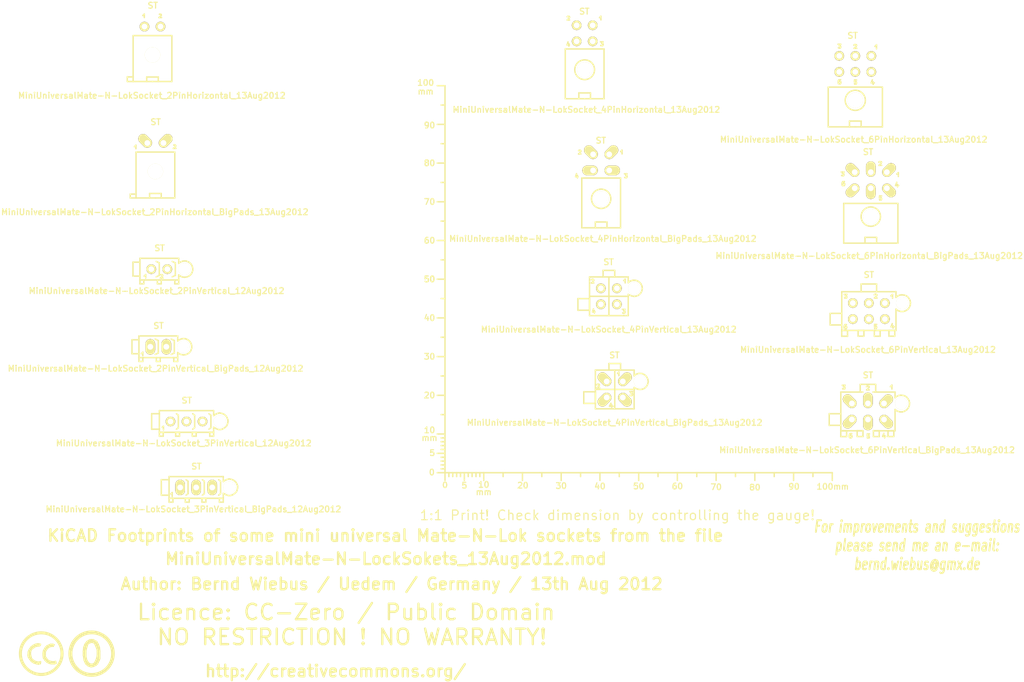
<source format=kicad_pcb>
(kicad_pcb (version 3) (host pcbnew "(2013-03-30 BZR 4007)-stable")

  (general
    (links 0)
    (no_connects 0)
    (area -18.90696 -26.19887 295.180173 172.399538)
    (thickness 1.6002)
    (drawings 7)
    (tracks 0)
    (zones 0)
    (modules 17)
    (nets 1)
  )

  (page A4)
  (layers
    (15 Vorderseite signal)
    (0 Rückseite signal)
    (16 B.Adhes user)
    (17 F.Adhes user)
    (18 B.Paste user)
    (19 F.Paste user)
    (20 B.SilkS user)
    (21 F.SilkS user)
    (22 B.Mask user)
    (23 F.Mask user)
    (24 Dwgs.User user)
    (25 Cmts.User user)
    (26 Eco1.User user)
    (27 Eco2.User user)
    (28 Edge.Cuts user)
  )

  (setup
    (last_trace_width 0.2032)
    (trace_clearance 0.254)
    (zone_clearance 0.508)
    (zone_45_only no)
    (trace_min 0.2032)
    (segment_width 0.381)
    (edge_width 0.381)
    (via_size 0.889)
    (via_drill 0.635)
    (via_min_size 0.889)
    (via_min_drill 0.508)
    (uvia_size 0.508)
    (uvia_drill 0.127)
    (uvias_allowed no)
    (uvia_min_size 0.508)
    (uvia_min_drill 0.127)
    (pcb_text_width 0.3048)
    (pcb_text_size 1.524 2.032)
    (mod_edge_width 0.381)
    (mod_text_size 1.524 1.524)
    (mod_text_width 0.3048)
    (pad_size 1.524 1.524)
    (pad_drill 0.8128)
    (pad_to_mask_clearance 0.254)
    (aux_axis_origin 0 0)
    (visible_elements 7FFFFFFF)
    (pcbplotparams
      (layerselection 3178497)
      (usegerberextensions true)
      (excludeedgelayer true)
      (linewidth 60)
      (plotframeref false)
      (viasonmask false)
      (mode 1)
      (useauxorigin false)
      (hpglpennumber 1)
      (hpglpenspeed 20)
      (hpglpendiameter 15)
      (hpglpenoverlay 0)
      (psnegative false)
      (psa4output false)
      (plotreference true)
      (plotvalue true)
      (plotothertext true)
      (plotinvisibletext false)
      (padsonsilk false)
      (subtractmaskfromsilk false)
      (outputformat 1)
      (mirror false)
      (drillshape 1)
      (scaleselection 1)
      (outputdirectory ""))
  )

  (net 0 "")

  (net_class Default "Dies ist die voreingestellte Netzklasse."
    (clearance 0.254)
    (trace_width 0.2032)
    (via_dia 0.889)
    (via_drill 0.635)
    (uvia_dia 0.508)
    (uvia_drill 0.127)
    (add_net "")
  )

  (module Gauge_100mm_Type2_SilkScreenTop_RevA_Date22Jun2010 (layer Vorderseite) (tedit 4D963937) (tstamp 4D88F07A)
    (at 132.75056 141.2494)
    (descr "Gauge, Massstab, 100mm, SilkScreenTop, Type 2,")
    (tags "Gauge, Massstab, 100mm, SilkScreenTop, Type 2,")
    (path Gauge_100mm_Type2_SilkScreenTop_RevA_Date22Jun2010)
    (fp_text reference MSC (at 4.0005 8.99922) (layer F.SilkS) hide
      (effects (font (size 1.524 1.524) (thickness 0.3048)))
    )
    (fp_text value Gauge_100mm_Type2_SilkScreenTop_RevA_Date22Jun2010 (at 45.9994 8.99922) (layer F.SilkS) hide
      (effects (font (size 1.524 1.524) (thickness 0.3048)))
    )
    (fp_text user mm (at 9.99998 5.00126) (layer F.SilkS)
      (effects (font (size 1.524 1.524) (thickness 0.3048)))
    )
    (fp_text user mm (at -4.0005 -8.99922) (layer F.SilkS)
      (effects (font (size 1.524 1.524) (thickness 0.3048)))
    )
    (fp_text user mm (at -5.00126 -98.5012) (layer F.SilkS)
      (effects (font (size 1.524 1.524) (thickness 0.3048)))
    )
    (fp_text user 10 (at 10.00506 3.0988) (layer F.SilkS)
      (effects (font (size 1.50114 1.50114) (thickness 0.29972)))
    )
    (fp_text user 0 (at 0.00508 3.19786) (layer F.SilkS)
      (effects (font (size 1.39954 1.50114) (thickness 0.29972)))
    )
    (fp_text user 5 (at 5.0038 3.29946) (layer F.SilkS)
      (effects (font (size 1.50114 1.50114) (thickness 0.29972)))
    )
    (fp_text user 20 (at 20.1041 3.29946) (layer F.SilkS)
      (effects (font (size 1.50114 1.50114) (thickness 0.29972)))
    )
    (fp_text user 30 (at 30.00502 3.39852) (layer F.SilkS)
      (effects (font (size 1.50114 1.50114) (thickness 0.29972)))
    )
    (fp_text user 40 (at 40.005 3.50012) (layer F.SilkS)
      (effects (font (size 1.50114 1.50114) (thickness 0.29972)))
    )
    (fp_text user 50 (at 50.00498 3.50012) (layer F.SilkS)
      (effects (font (size 1.50114 1.50114) (thickness 0.29972)))
    )
    (fp_text user 60 (at 60.00496 3.50012) (layer F.SilkS)
      (effects (font (size 1.50114 1.50114) (thickness 0.29972)))
    )
    (fp_text user 70 (at 70.00494 3.70078) (layer F.SilkS)
      (effects (font (size 1.50114 1.50114) (thickness 0.29972)))
    )
    (fp_text user 80 (at 80.00492 3.79984) (layer F.SilkS)
      (effects (font (size 1.50114 1.50114) (thickness 0.29972)))
    )
    (fp_text user 90 (at 90.1065 3.60172) (layer F.SilkS)
      (effects (font (size 1.50114 1.50114) (thickness 0.29972)))
    )
    (fp_text user 100mm (at 100.10648 3.60172) (layer F.SilkS)
      (effects (font (size 1.50114 1.50114) (thickness 0.29972)))
    )
    (fp_line (start 0 -8.99922) (end -1.00076 -8.99922) (layer F.SilkS) (width 0.381))
    (fp_line (start 0 -8.001) (end -1.00076 -8.001) (layer F.SilkS) (width 0.381))
    (fp_line (start 0 -7.00024) (end -1.00076 -7.00024) (layer F.SilkS) (width 0.381))
    (fp_line (start 0 -5.99948) (end -1.00076 -5.99948) (layer F.SilkS) (width 0.381))
    (fp_line (start 0 -4.0005) (end -1.00076 -4.0005) (layer F.SilkS) (width 0.381))
    (fp_line (start 0 -2.99974) (end -1.00076 -2.99974) (layer F.SilkS) (width 0.381))
    (fp_line (start 0 -1.99898) (end -1.00076 -1.99898) (layer F.SilkS) (width 0.381))
    (fp_line (start 0 -1.00076) (end -1.00076 -1.00076) (layer F.SilkS) (width 0.381))
    (fp_line (start 0 0) (end -1.99898 0) (layer F.SilkS) (width 0.381))
    (fp_line (start 0 -5.00126) (end -1.99898 -5.00126) (layer F.SilkS) (width 0.381))
    (fp_line (start 0 -9.99998) (end -1.99898 -9.99998) (layer F.SilkS) (width 0.381))
    (fp_line (start 0 -15.00124) (end -1.00076 -15.00124) (layer F.SilkS) (width 0.381))
    (fp_line (start 0 -19.99996) (end -1.99898 -19.99996) (layer F.SilkS) (width 0.381))
    (fp_line (start 0 -25.00122) (end -1.00076 -25.00122) (layer F.SilkS) (width 0.381))
    (fp_line (start 0 -29.99994) (end -1.99898 -29.99994) (layer F.SilkS) (width 0.381))
    (fp_line (start 0 -35.0012) (end -1.00076 -35.0012) (layer F.SilkS) (width 0.381))
    (fp_line (start 0 -39.99992) (end -1.99898 -39.99992) (layer F.SilkS) (width 0.381))
    (fp_line (start 0 -45.00118) (end -1.00076 -45.00118) (layer F.SilkS) (width 0.381))
    (fp_line (start 0 -49.9999) (end -1.99898 -49.9999) (layer F.SilkS) (width 0.381))
    (fp_line (start 0 -55.00116) (end -1.00076 -55.00116) (layer F.SilkS) (width 0.381))
    (fp_line (start 0 -59.99988) (end -1.99898 -59.99988) (layer F.SilkS) (width 0.381))
    (fp_line (start 0 -65.00114) (end -1.00076 -65.00114) (layer F.SilkS) (width 0.381))
    (fp_line (start 0 -69.99986) (end -1.99898 -69.99986) (layer F.SilkS) (width 0.381))
    (fp_line (start 0 -75.00112) (end -1.00076 -75.00112) (layer F.SilkS) (width 0.381))
    (fp_line (start 0 -79.99984) (end -1.99898 -79.99984) (layer F.SilkS) (width 0.381))
    (fp_line (start 0 -85.0011) (end -1.00076 -85.0011) (layer F.SilkS) (width 0.381))
    (fp_line (start 0 -89.99982) (end -1.99898 -89.99982) (layer F.SilkS) (width 0.381))
    (fp_line (start 0 -95.00108) (end -1.00076 -95.00108) (layer F.SilkS) (width 0.381))
    (fp_line (start 0 0) (end 0 -99.9998) (layer F.SilkS) (width 0.381))
    (fp_line (start 0 -99.9998) (end -1.99898 -99.9998) (layer F.SilkS) (width 0.381))
    (fp_text user 100 (at -4.99872 -100.7491) (layer F.SilkS)
      (effects (font (size 1.50114 1.50114) (thickness 0.29972)))
    )
    (fp_text user 90 (at -4.0005 -89.7509) (layer F.SilkS)
      (effects (font (size 1.50114 1.50114) (thickness 0.29972)))
    )
    (fp_text user 80 (at -4.0005 -79.99984) (layer F.SilkS)
      (effects (font (size 1.50114 1.50114) (thickness 0.29972)))
    )
    (fp_text user 70 (at -4.0005 -69.99986) (layer F.SilkS)
      (effects (font (size 1.50114 1.50114) (thickness 0.29972)))
    )
    (fp_text user 60 (at -4.0005 -59.99988) (layer F.SilkS)
      (effects (font (size 1.50114 1.50114) (thickness 0.29972)))
    )
    (fp_text user 50 (at -4.0005 -49.9999) (layer F.SilkS)
      (effects (font (size 1.50114 1.50114) (thickness 0.34036)))
    )
    (fp_text user 40 (at -4.0005 -39.99992) (layer F.SilkS)
      (effects (font (size 1.50114 1.50114) (thickness 0.29972)))
    )
    (fp_text user 30 (at -4.0005 -29.99994) (layer F.SilkS)
      (effects (font (size 1.50114 1.50114) (thickness 0.29972)))
    )
    (fp_text user 20 (at -4.0005 -19.99996) (layer F.SilkS)
      (effects (font (size 1.50114 1.50114) (thickness 0.29972)))
    )
    (fp_line (start 95.00108 0) (end 95.00108 1.00076) (layer F.SilkS) (width 0.381))
    (fp_line (start 89.99982 0) (end 89.99982 1.99898) (layer F.SilkS) (width 0.381))
    (fp_line (start 85.0011 0) (end 85.0011 1.00076) (layer F.SilkS) (width 0.381))
    (fp_line (start 79.99984 0) (end 79.99984 1.99898) (layer F.SilkS) (width 0.381))
    (fp_line (start 75.00112 0) (end 75.00112 1.00076) (layer F.SilkS) (width 0.381))
    (fp_line (start 69.99986 0) (end 69.99986 1.99898) (layer F.SilkS) (width 0.381))
    (fp_line (start 65.00114 0) (end 65.00114 1.00076) (layer F.SilkS) (width 0.381))
    (fp_line (start 59.99988 0) (end 59.99988 1.99898) (layer F.SilkS) (width 0.381))
    (fp_line (start 55.00116 0) (end 55.00116 1.00076) (layer F.SilkS) (width 0.381))
    (fp_line (start 49.9999 0) (end 49.9999 1.99898) (layer F.SilkS) (width 0.381))
    (fp_line (start 45.00118 0) (end 45.00118 1.00076) (layer F.SilkS) (width 0.381))
    (fp_line (start 39.99992 0) (end 39.99992 1.99898) (layer F.SilkS) (width 0.381))
    (fp_line (start 35.0012 0) (end 35.0012 1.00076) (layer F.SilkS) (width 0.381))
    (fp_line (start 29.99994 0) (end 29.99994 1.99898) (layer F.SilkS) (width 0.381))
    (fp_line (start 25.00122 0) (end 25.00122 1.00076) (layer F.SilkS) (width 0.381))
    (fp_line (start 19.99996 0) (end 19.99996 1.99898) (layer F.SilkS) (width 0.381))
    (fp_line (start 15.00124 0) (end 15.00124 1.00076) (layer F.SilkS) (width 0.381))
    (fp_line (start 9.99998 0) (end 99.9998 0) (layer F.SilkS) (width 0.381))
    (fp_line (start 99.9998 0) (end 99.9998 1.99898) (layer F.SilkS) (width 0.381))
    (fp_text user 5 (at -3.302 -5.10286) (layer F.SilkS)
      (effects (font (size 1.50114 1.50114) (thickness 0.29972)))
    )
    (fp_text user 0 (at -3.4036 -0.10414) (layer F.SilkS)
      (effects (font (size 1.50114 1.50114) (thickness 0.29972)))
    )
    (fp_text user 10 (at -4.0005 -11.00074) (layer F.SilkS)
      (effects (font (size 1.50114 1.50114) (thickness 0.29972)))
    )
    (fp_line (start 8.99922 0) (end 8.99922 1.00076) (layer F.SilkS) (width 0.381))
    (fp_line (start 8.001 0) (end 8.001 1.00076) (layer F.SilkS) (width 0.381))
    (fp_line (start 7.00024 0) (end 7.00024 1.00076) (layer F.SilkS) (width 0.381))
    (fp_line (start 5.99948 0) (end 5.99948 1.00076) (layer F.SilkS) (width 0.381))
    (fp_line (start 4.0005 0) (end 4.0005 1.00076) (layer F.SilkS) (width 0.381))
    (fp_line (start 2.99974 0) (end 2.99974 1.00076) (layer F.SilkS) (width 0.381))
    (fp_line (start 1.99898 0) (end 1.99898 1.00076) (layer F.SilkS) (width 0.381))
    (fp_line (start 1.00076 0) (end 1.00076 1.00076) (layer F.SilkS) (width 0.381))
    (fp_line (start 5.00126 0) (end 5.00126 1.99898) (layer F.SilkS) (width 0.381))
    (fp_line (start 0 0) (end 0 1.99898) (layer F.SilkS) (width 0.381))
    (fp_line (start 0 0) (end 9.99998 0) (layer F.SilkS) (width 0.381))
    (fp_line (start 9.99998 0) (end 9.99998 1.99898) (layer F.SilkS) (width 0.381))
  )

  (module MiniUniversalMate-N-LokSocket_2PinHorizontal_13Aug2012 (layer Vorderseite) (tedit 50294692) (tstamp 502945C5)
    (at 57.22874 25.96896)
    (descr "Mini Universal Mate-N-Lok Socket, 2 Pin, Horizontal,")
    (tags "Mini Universal Mate-N-Lok Socket, 2 Pin, Horizontal,")
    (path MiniUniversalMate-N-LockSocket_2PinVertical_12Aug2012)
    (fp_text reference ST (at 0.07112 -5.43052) (layer F.SilkS)
      (effects (font (size 1.524 1.524) (thickness 0.3048)))
    )
    (fp_text value MiniUniversalMate-N-LokSocket_2PinHorizontal_13Aug2012 (at -0.16002 17.84096) (layer F.SilkS)
      (effects (font (size 1.524 1.524) (thickness 0.3048)))
    )
    (fp_line (start -5.00126 14.20114) (end -6.49986 14.20114) (layer F.SilkS) (width 0.381))
    (fp_line (start -6.49986 14.20114) (end -6.49986 13.02004) (layer F.SilkS) (width 0.381))
    (fp_line (start -6.49986 13.02004) (end -5.00126 13.02004) (layer F.SilkS) (width 0.381))
    (fp_line (start 1.50114 14.20114) (end 1.50114 13.04036) (layer F.SilkS) (width 0.381))
    (fp_line (start 1.50114 13.04036) (end -1.50114 13.04036) (layer F.SilkS) (width 0.381))
    (fp_line (start -1.50114 13.04036) (end -1.50114 14.20114) (layer F.SilkS) (width 0.381))
    (fp_line (start -5.00126 14.20114) (end -5.00126 2.33934) (layer F.SilkS) (width 0.381))
    (fp_line (start -5.00126 2.33934) (end 5.00126 2.33934) (layer F.SilkS) (width 0.381))
    (fp_line (start 5.00126 2.33934) (end 5.00126 14.20114) (layer F.SilkS) (width 0.381))
    (fp_line (start 0 14.20114) (end -5.00126 14.20114) (layer F.SilkS) (width 0.381))
    (fp_line (start 0 14.20114) (end 5.00126 14.20114) (layer F.SilkS) (width 0.381))
    (fp_line (start 1.778 -3.15976) (end 1.8669 -3.21056) (layer F.SilkS) (width 0.381))
    (fp_line (start 1.8669 -3.21056) (end 2.06756 -3.21056) (layer F.SilkS) (width 0.381))
    (fp_line (start 2.06756 -3.21056) (end 2.22758 -3.10134) (layer F.SilkS) (width 0.381))
    (fp_line (start 2.22758 -3.10134) (end 2.286 -2.90068) (layer F.SilkS) (width 0.381))
    (fp_line (start 2.286 -2.90068) (end 1.6764 -2.32156) (layer F.SilkS) (width 0.381))
    (fp_line (start 1.6764 -2.32156) (end 2.34696 -2.32156) (layer F.SilkS) (width 0.381))
    (fp_line (start -2.5019 -2.83972) (end -2.10312 -3.21056) (layer F.SilkS) (width 0.381))
    (fp_line (start -2.10312 -3.21056) (end -2.11328 -2.32156) (layer F.SilkS) (width 0.381))
    (pad 2 thru_hole circle (at 2.0701 0 90) (size 2.49936 2.49936) (drill 1.50114)
      (layers *.Cu *.Mask F.SilkS)
    )
    (pad "" np_thru_hole circle (at 0 7.3406) (size 4.0005 4.0005) (drill 4.0005)
      (layers *.Cu *.Mask F.SilkS)
    )
    (pad 1 thru_hole circle (at -2.0701 0.01016 90) (size 2.49936 2.49936) (drill 1.50114)
      (layers *.Cu *.Mask F.SilkS)
    )
  )

  (module MiniUniversalMate-N-LokSocket_2PinHorizontal_BigPads_13Aug2012 (layer Vorderseite) (tedit 5029469B) (tstamp 502945D8)
    (at 57.98058 56.06034)
    (descr "Mini Universal Mate-N-Lok Socket, 2 Pin, Horizontal, Big Pads,")
    (tags "Mini Universal Mate-N-Lok Socket, 2 Pin, Horizontal, Big Pads,")
    (path MiniUniversalMate-N-LockSocket_2PinVertical_12Aug2012)
    (fp_text reference ST (at 0.07112 -5.43052) (layer F.SilkS)
      (effects (font (size 1.524 1.524) (thickness 0.3048)))
    )
    (fp_text value MiniUniversalMate-N-LokSocket_2PinHorizontal_BigPads_13Aug2012 (at -0.16002 17.84096) (layer F.SilkS)
      (effects (font (size 1.524 1.524) (thickness 0.3048)))
    )
    (fp_line (start -5.00126 14.20114) (end -6.49986 14.20114) (layer F.SilkS) (width 0.381))
    (fp_line (start -6.49986 14.20114) (end -6.49986 13.20038) (layer F.SilkS) (width 0.381))
    (fp_line (start -6.49986 13.20038) (end -5.00126 13.20038) (layer F.SilkS) (width 0.381))
    (fp_line (start 1.50114 14.20114) (end 1.50114 13.04036) (layer F.SilkS) (width 0.381))
    (fp_line (start 1.50114 13.04036) (end -1.50114 13.04036) (layer F.SilkS) (width 0.381))
    (fp_line (start -1.50114 13.04036) (end -1.50114 14.20114) (layer F.SilkS) (width 0.381))
    (fp_line (start -5.00126 14.20114) (end -5.00126 2.33934) (layer F.SilkS) (width 0.381))
    (fp_line (start -5.00126 2.33934) (end 5.00126 2.33934) (layer F.SilkS) (width 0.381))
    (fp_line (start 5.00126 2.33934) (end 5.00126 14.20114) (layer F.SilkS) (width 0.381))
    (fp_line (start 0 14.20114) (end -5.00126 14.20114) (layer F.SilkS) (width 0.381))
    (fp_line (start 0 14.20114) (end 5.00126 14.20114) (layer F.SilkS) (width 0.381))
    (fp_line (start 4.74726 0.55118) (end 4.83616 0.50038) (layer F.SilkS) (width 0.381))
    (fp_line (start 4.83616 0.50038) (end 5.03682 0.50038) (layer F.SilkS) (width 0.381))
    (fp_line (start 5.03682 0.50038) (end 5.19684 0.6096) (layer F.SilkS) (width 0.381))
    (fp_line (start 5.19684 0.6096) (end 5.25526 0.81026) (layer F.SilkS) (width 0.381))
    (fp_line (start 5.25526 0.81026) (end 4.64566 1.38938) (layer F.SilkS) (width 0.381))
    (fp_line (start 4.64566 1.38938) (end 5.31622 1.38938) (layer F.SilkS) (width 0.381))
    (fp_line (start -5.4229 0.94996) (end -5.02412 0.57912) (layer F.SilkS) (width 0.381))
    (fp_line (start -5.02412 0.57912) (end -5.03428 1.46812) (layer F.SilkS) (width 0.381))
    (pad 2 thru_hole oval (at 2.0701 0 45) (size 4.0005 2.49936) (drill 1.50114 (offset 0.8001 0))
      (layers *.Cu *.Mask F.SilkS)
    )
    (pad "" np_thru_hole circle (at 0 7.3406) (size 4.0005 4.0005) (drill 4.0005)
      (layers *.Cu *.Mask F.SilkS)
    )
    (pad 1 thru_hole oval (at -2.0701 0.01016 315) (size 4.0005 2.49936) (drill 1.50114 (offset -0.8001 0))
      (layers *.Cu *.Mask F.SilkS)
    )
  )

  (module MiniUniversalMate-N-LokSocket_2PinVertical_12Aug2012 (layer Vorderseite) (tedit 502946A5) (tstamp 502945E2)
    (at 58.98896 88.65108)
    (descr "Mini Universal Mate-N-Lok Socket, 2 Pin, Vertical,")
    (tags "Mini Universal Mate-N-Lok Socket, 2 Pin, Vertical,")
    (path MiniUniversalMate-N-LockSocket_2PinVertical_12Aug2012)
    (fp_text reference ST (at 0.07112 -5.43052) (layer F.SilkS)
      (effects (font (size 1.524 1.524) (thickness 0.3048)))
    )
    (fp_text value MiniUniversalMate-N-LokSocket_2PinVertical_12Aug2012 (at -0.70104 5.62102) (layer F.SilkS)
      (effects (font (size 1.524 1.524) (thickness 0.3048)))
    )
    (fp_line (start 0.37084 1.47066) (end 0.45974 1.41986) (layer F.SilkS) (width 0.381))
    (fp_line (start 0.45974 1.41986) (end 0.6604 1.41986) (layer F.SilkS) (width 0.381))
    (fp_line (start 0.6604 1.41986) (end 0.82042 1.52908) (layer F.SilkS) (width 0.381))
    (fp_line (start 0.82042 1.52908) (end 0.87884 1.72974) (layer F.SilkS) (width 0.381))
    (fp_line (start 0.87884 1.72974) (end 0.26924 2.30886) (layer F.SilkS) (width 0.381))
    (fp_line (start 0.26924 2.30886) (end 0.9398 2.30886) (layer F.SilkS) (width 0.381))
    (fp_line (start -3.90906 1.7907) (end -3.51028 1.41986) (layer F.SilkS) (width 0.381))
    (fp_line (start -3.51028 1.41986) (end -3.52044 2.30886) (layer F.SilkS) (width 0.381))
    (fp_line (start 0 -1.6002) (end -0.8001 -1.99898) (layer F.SilkS) (width 0.381))
    (fp_line (start 4.1402 -1.6002) (end 3.3401 -1.99898) (layer F.SilkS) (width 0.381))
    (fp_line (start 4.1402 1.6002) (end 3.3401 1.99898) (layer F.SilkS) (width 0.381))
    (fp_line (start 0 1.6002) (end -0.8001 1.99898) (layer F.SilkS) (width 0.381))
    (fp_line (start 4.1402 -1.6002) (end 4.1402 1.6002) (layer F.SilkS) (width 0.381))
    (fp_line (start 0 -1.6002) (end 0 1.6002) (layer F.SilkS) (width 0.381))
    (fp_line (start 0.50038 2.79908) (end 0.50038 3.79984) (layer F.SilkS) (width 0.381))
    (fp_line (start 0.50038 3.79984) (end -0.50038 3.79984) (layer F.SilkS) (width 0.381))
    (fp_line (start -0.50038 3.79984) (end -0.50038 2.79908) (layer F.SilkS) (width 0.381))
    (fp_line (start 5.00126 2.79908) (end 5.00126 3.79984) (layer F.SilkS) (width 0.381))
    (fp_line (start 5.00126 3.79984) (end 4.0005 3.79984) (layer F.SilkS) (width 0.381))
    (fp_line (start 4.0005 3.79984) (end 4.0005 2.79908) (layer F.SilkS) (width 0.381))
    (fp_line (start -5.00126 2.79908) (end -5.00126 3.79984) (layer F.SilkS) (width 0.381))
    (fp_line (start -5.00126 3.79984) (end -4.0005 3.79984) (layer F.SilkS) (width 0.381))
    (fp_line (start -4.0005 3.79984) (end -4.0005 2.79908) (layer F.SilkS) (width 0.381))
    (fp_line (start -5.00126 -1.80086) (end -6.79958 -1.80086) (layer F.SilkS) (width 0.381))
    (fp_line (start -6.79958 -1.80086) (end -6.79958 1.80086) (layer F.SilkS) (width 0.381))
    (fp_line (start -6.79958 1.80086) (end -5.00126 1.80086) (layer F.SilkS) (width 0.381))
    (fp_line (start 5.00126 -1.50114) (end 5.2705 -1.71958) (layer F.SilkS) (width 0.381))
    (fp_line (start 5.2705 -1.71958) (end 5.64896 -1.9304) (layer F.SilkS) (width 0.381))
    (fp_line (start 5.64896 -1.9304) (end 6.04012 -2.05994) (layer F.SilkS) (width 0.381))
    (fp_line (start 6.04012 -2.05994) (end 6.52018 -2.1209) (layer F.SilkS) (width 0.381))
    (fp_line (start 6.52018 -2.1209) (end 6.99008 -2.0701) (layer F.SilkS) (width 0.381))
    (fp_line (start 6.99008 -2.0701) (end 7.33044 -1.95072) (layer F.SilkS) (width 0.381))
    (fp_line (start 7.33044 -1.95072) (end 7.7089 -1.75006) (layer F.SilkS) (width 0.381))
    (fp_line (start 7.7089 -1.75006) (end 8.07974 -1.43002) (layer F.SilkS) (width 0.381))
    (fp_line (start 8.07974 -1.43002) (end 8.3312 -1.0795) (layer F.SilkS) (width 0.381))
    (fp_line (start 8.3312 -1.0795) (end 8.53948 -0.62992) (layer F.SilkS) (width 0.381))
    (fp_line (start 8.53948 -0.62992) (end 8.63092 -0.1905) (layer F.SilkS) (width 0.381))
    (fp_line (start 8.63092 -0.1905) (end 8.63092 0.35052) (layer F.SilkS) (width 0.381))
    (fp_line (start 8.63092 0.35052) (end 8.37946 1.05918) (layer F.SilkS) (width 0.381))
    (fp_line (start 8.37946 1.05918) (end 8.01116 1.52908) (layer F.SilkS) (width 0.381))
    (fp_line (start 8.01116 1.52908) (end 7.65048 1.78054) (layer F.SilkS) (width 0.381))
    (fp_line (start 7.65048 1.78054) (end 7.11962 2.03962) (layer F.SilkS) (width 0.381))
    (fp_line (start 7.11962 2.03962) (end 6.46938 2.10058) (layer F.SilkS) (width 0.381))
    (fp_line (start 6.46938 2.10058) (end 5.8801 2.0193) (layer F.SilkS) (width 0.381))
    (fp_line (start 5.8801 2.0193) (end 5.43052 1.80086) (layer F.SilkS) (width 0.381))
    (fp_line (start 5.43052 1.80086) (end 5.00126 1.50114) (layer F.SilkS) (width 0.381))
    (fp_line (start -5.00126 -2.79908) (end -5.00126 2.79908) (layer F.SilkS) (width 0.381))
    (fp_line (start -5.00126 2.79908) (end 5.00126 2.79908) (layer F.SilkS) (width 0.381))
    (fp_line (start 5.00126 2.79908) (end 5.00126 1.50114) (layer F.SilkS) (width 0.381))
    (fp_line (start -5.00126 -2.79908) (end 5.00888 -2.79908) (layer F.SilkS) (width 0.381))
    (fp_line (start 5.00888 -2.79908) (end 5.00126 -1.49098) (layer F.SilkS) (width 0.381))
    (pad 2 thru_hole circle (at 2.0701 0 90) (size 2.49936 2.49936) (drill 1.50114)
      (layers *.Cu *.Mask F.SilkS)
    )
    (pad "" np_thru_hole circle (at 6.52018 0) (size 3.2004 3.2004) (drill 3.2004)
      (layers *.Cu *.Mask F.SilkS)
    )
    (pad 1 thru_hole circle (at -2.0701 0.01016 90) (size 2.49936 2.49936) (drill 1.50114)
      (layers *.Cu *.Mask F.SilkS)
    )
  )

  (module MiniUniversalMate-N-LokSocket_2PinVertical_BigPads_12Aug2012 (layer Vorderseite) (tedit 502946AD) (tstamp 502945EB)
    (at 58.72988 108.70946)
    (descr "Mini Universal Mate-N-Lok Socket, 2 Pin, Vertical, Big Pads,")
    (tags "Mini Universal Mate-N-Lok Socket, 2 Pin, Vertical, Big Pads,")
    (path MiniUniversalMate-N-LockSocket_2PinVertical_12Aug2012)
    (fp_text reference ST (at 0.07112 -5.43052) (layer F.SilkS)
      (effects (font (size 1.524 1.524) (thickness 0.3048)))
    )
    (fp_text value MiniUniversalMate-N-LokSocket_2PinVertical_BigPads_12Aug2012 (at -0.70104 5.62102) (layer F.SilkS)
      (effects (font (size 1.524 1.524) (thickness 0.3048)))
    )
    (fp_line (start -4.38912 1.78054) (end -3.99034 1.4097) (layer F.SilkS) (width 0.381))
    (fp_line (start -3.99034 1.4097) (end -4.0005 2.2987) (layer F.SilkS) (width 0.381))
    (fp_line (start 0 -1.6002) (end -0.8001 -1.99898) (layer F.SilkS) (width 0.381))
    (fp_line (start 4.1402 -1.6002) (end 3.3401 -1.99898) (layer F.SilkS) (width 0.381))
    (fp_line (start 4.1402 1.6002) (end 3.3401 1.99898) (layer F.SilkS) (width 0.381))
    (fp_line (start 0 1.6002) (end -0.8001 1.99898) (layer F.SilkS) (width 0.381))
    (fp_line (start 4.1402 -1.6002) (end 4.1402 1.6002) (layer F.SilkS) (width 0.381))
    (fp_line (start 0 -1.6002) (end 0 1.6002) (layer F.SilkS) (width 0.381))
    (fp_line (start 0.50038 2.79908) (end 0.50038 3.79984) (layer F.SilkS) (width 0.381))
    (fp_line (start 0.50038 3.79984) (end -0.50038 3.79984) (layer F.SilkS) (width 0.381))
    (fp_line (start -0.50038 3.79984) (end -0.50038 2.79908) (layer F.SilkS) (width 0.381))
    (fp_line (start 5.00126 2.79908) (end 5.00126 3.79984) (layer F.SilkS) (width 0.381))
    (fp_line (start 5.00126 3.79984) (end 4.0005 3.79984) (layer F.SilkS) (width 0.381))
    (fp_line (start 4.0005 3.79984) (end 4.0005 2.79908) (layer F.SilkS) (width 0.381))
    (fp_line (start -5.00126 2.79908) (end -5.00126 3.79984) (layer F.SilkS) (width 0.381))
    (fp_line (start -5.00126 3.79984) (end -4.0005 3.79984) (layer F.SilkS) (width 0.381))
    (fp_line (start -4.0005 3.79984) (end -4.0005 2.79908) (layer F.SilkS) (width 0.381))
    (fp_line (start -5.00126 -1.80086) (end -6.79958 -1.80086) (layer F.SilkS) (width 0.381))
    (fp_line (start -6.79958 -1.80086) (end -6.79958 1.80086) (layer F.SilkS) (width 0.381))
    (fp_line (start -6.79958 1.80086) (end -5.00126 1.80086) (layer F.SilkS) (width 0.381))
    (fp_line (start 5.00126 -1.50114) (end 5.2705 -1.71958) (layer F.SilkS) (width 0.381))
    (fp_line (start 5.2705 -1.71958) (end 5.64896 -1.9304) (layer F.SilkS) (width 0.381))
    (fp_line (start 5.64896 -1.9304) (end 6.04012 -2.05994) (layer F.SilkS) (width 0.381))
    (fp_line (start 6.04012 -2.05994) (end 6.52018 -2.1209) (layer F.SilkS) (width 0.381))
    (fp_line (start 6.52018 -2.1209) (end 6.99008 -2.0701) (layer F.SilkS) (width 0.381))
    (fp_line (start 6.99008 -2.0701) (end 7.33044 -1.95072) (layer F.SilkS) (width 0.381))
    (fp_line (start 7.33044 -1.95072) (end 7.7089 -1.75006) (layer F.SilkS) (width 0.381))
    (fp_line (start 7.7089 -1.75006) (end 8.07974 -1.43002) (layer F.SilkS) (width 0.381))
    (fp_line (start 8.07974 -1.43002) (end 8.3312 -1.0795) (layer F.SilkS) (width 0.381))
    (fp_line (start 8.3312 -1.0795) (end 8.53948 -0.62992) (layer F.SilkS) (width 0.381))
    (fp_line (start 8.53948 -0.62992) (end 8.63092 -0.1905) (layer F.SilkS) (width 0.381))
    (fp_line (start 8.63092 -0.1905) (end 8.63092 0.35052) (layer F.SilkS) (width 0.381))
    (fp_line (start 8.63092 0.35052) (end 8.37946 1.05918) (layer F.SilkS) (width 0.381))
    (fp_line (start 8.37946 1.05918) (end 8.01116 1.52908) (layer F.SilkS) (width 0.381))
    (fp_line (start 8.01116 1.52908) (end 7.65048 1.78054) (layer F.SilkS) (width 0.381))
    (fp_line (start 7.65048 1.78054) (end 7.11962 2.03962) (layer F.SilkS) (width 0.381))
    (fp_line (start 7.11962 2.03962) (end 6.46938 2.10058) (layer F.SilkS) (width 0.381))
    (fp_line (start 6.46938 2.10058) (end 5.8801 2.0193) (layer F.SilkS) (width 0.381))
    (fp_line (start 5.8801 2.0193) (end 5.43052 1.80086) (layer F.SilkS) (width 0.381))
    (fp_line (start 5.43052 1.80086) (end 5.00126 1.50114) (layer F.SilkS) (width 0.381))
    (fp_line (start -5.00126 -2.79908) (end -5.00126 2.79908) (layer F.SilkS) (width 0.381))
    (fp_line (start -5.00126 2.79908) (end 5.00126 2.79908) (layer F.SilkS) (width 0.381))
    (fp_line (start 5.00126 2.79908) (end 5.00126 1.50114) (layer F.SilkS) (width 0.381))
    (fp_line (start -5.00126 -2.79908) (end 5.00888 -2.79908) (layer F.SilkS) (width 0.381))
    (fp_line (start 5.00888 -2.79908) (end 5.00126 -1.49098) (layer F.SilkS) (width 0.381))
    (pad 2 thru_hole oval (at 2.0701 0 90) (size 4.0005 2.49936) (drill 1.50114)
      (layers *.Cu *.Mask F.SilkS)
    )
    (pad "" np_thru_hole circle (at 6.52018 0) (size 3.2004 3.2004) (drill 3.2004)
      (layers *.Cu *.Mask F.SilkS)
    )
    (pad 1 thru_hole oval (at -2.0701 0.01016 90) (size 4.0005 2.49936) (drill 1.50114)
      (layers *.Cu *.Mask F.SilkS)
    )
  )

  (module MiniUniversalMate-N-LokSocket_3PinVertical_12Aug2012 (layer Vorderseite) (tedit 502946BD) (tstamp 502945F3)
    (at 66.00952 128.01092)
    (descr "Mini Universal Mate-N-Lok Socket, 3 Pin, Vertical,")
    (tags "Mini Universal Mate-N-Lok Socket, 3 Pin, Vertical,")
    (path MiniUniversalMate-N-LockSocket_2PinVertical_12Aug2012)
    (fp_text reference ST (at 0.07112 -5.43052) (layer F.SilkS)
      (effects (font (size 1.524 1.524) (thickness 0.3048)))
    )
    (fp_text value MiniUniversalMate-N-LokSocket_3PinVertical_12Aug2012 (at -0.70104 5.62102) (layer F.SilkS)
      (effects (font (size 1.524 1.524) (thickness 0.3048)))
    )
    (fp_line (start -6.27126 1.50114) (end -5.95122 1.2192) (layer F.SilkS) (width 0.381))
    (fp_line (start -5.95122 1.2192) (end -5.94106 2.17932) (layer F.SilkS) (width 0.381))
    (fp_line (start 5.99694 3.79984) (end 5.99694 2.80162) (layer F.SilkS) (width 0.381))
    (fp_line (start 6.9977 3.79984) (end 5.99694 3.79984) (layer F.SilkS) (width 0.381))
    (fp_line (start 6.9977 2.80162) (end 6.9977 3.79984) (layer F.SilkS) (width 0.381))
    (fp_line (start 5.99694 2.80162) (end 6.9977 2.80162) (layer F.SilkS) (width 0.381))
    (fp_line (start 1.4986 2.80162) (end 2.49936 2.80162) (layer F.SilkS) (width 0.381))
    (fp_line (start 2.49936 2.80162) (end 2.49936 3.79984) (layer F.SilkS) (width 0.381))
    (fp_line (start 2.49936 3.79984) (end 1.4986 3.79984) (layer F.SilkS) (width 0.381))
    (fp_line (start 1.4986 3.79984) (end 1.4986 2.80162) (layer F.SilkS) (width 0.381))
    (fp_line (start -2.80162 3.79984) (end -2.80162 2.80162) (layer F.SilkS) (width 0.381))
    (fp_line (start -1.80086 3.79984) (end -2.80162 3.79984) (layer F.SilkS) (width 0.381))
    (fp_line (start -1.80086 2.80162) (end -1.80086 3.79984) (layer F.SilkS) (width 0.381))
    (fp_line (start -2.80162 2.80162) (end -1.80086 2.80162) (layer F.SilkS) (width 0.381))
    (fp_line (start -7.00024 2.80162) (end -5.99948 2.80162) (layer F.SilkS) (width 0.381))
    (fp_line (start -5.99948 2.80162) (end -5.99948 3.79984) (layer F.SilkS) (width 0.381))
    (fp_line (start -5.99948 3.79984) (end -7.00024 3.79984) (layer F.SilkS) (width 0.381))
    (fp_line (start -7.00024 3.79984) (end -7.00024 2.80162) (layer F.SilkS) (width 0.381))
    (fp_line (start 6.2992 -1.6002) (end 5.79882 -1.99898) (layer F.SilkS) (width 0.381))
    (fp_line (start 6.2992 -1.6002) (end 6.2992 1.6002) (layer F.SilkS) (width 0.381))
    (fp_line (start 6.2992 1.6002) (end 5.79882 1.99898) (layer F.SilkS) (width 0.381))
    (fp_line (start 2.10058 1.6002) (end 1.6002 1.99898) (layer F.SilkS) (width 0.381))
    (fp_line (start 2.10058 -1.6002) (end 1.6002 -1.99898) (layer F.SilkS) (width 0.381))
    (fp_line (start -2.10058 1.6002) (end -2.60096 1.99898) (layer F.SilkS) (width 0.381))
    (fp_line (start -2.10058 -1.6002) (end -2.60096 -1.99898) (layer F.SilkS) (width 0.381))
    (fp_line (start 2.10058 -1.6002) (end 2.10058 1.6002) (layer F.SilkS) (width 0.381))
    (fp_line (start -2.10058 -1.6002) (end -2.10058 1.6002) (layer F.SilkS) (width 0.381))
    (fp_line (start -7.00024 -1.99898) (end -8.99922 -1.99898) (layer F.SilkS) (width 0.381))
    (fp_line (start -8.99922 -1.99898) (end -8.99922 1.99898) (layer F.SilkS) (width 0.381))
    (fp_line (start -8.99922 1.99898) (end -7.00024 1.99898) (layer F.SilkS) (width 0.381))
    (fp_line (start 7.00024 -1.50114) (end 7.39902 -1.80086) (layer F.SilkS) (width 0.381))
    (fp_line (start 7.39902 -1.80086) (end 7.80034 -1.99898) (layer F.SilkS) (width 0.381))
    (fp_line (start 7.80034 -1.99898) (end 8.10006 -2.10058) (layer F.SilkS) (width 0.381))
    (fp_line (start 8.10006 -2.10058) (end 8.49884 -2.19964) (layer F.SilkS) (width 0.381))
    (fp_line (start 8.49884 -2.19964) (end 9.10082 -2.10058) (layer F.SilkS) (width 0.381))
    (fp_line (start 9.10082 -2.10058) (end 9.6012 -1.89992) (layer F.SilkS) (width 0.381))
    (fp_line (start 9.6012 -1.89992) (end 9.99998 -1.6002) (layer F.SilkS) (width 0.381))
    (fp_line (start 9.99998 -1.6002) (end 10.2997 -1.30048) (layer F.SilkS) (width 0.381))
    (fp_line (start 10.2997 -1.30048) (end 10.50036 -0.89916) (layer F.SilkS) (width 0.381))
    (fp_line (start 10.50036 -0.89916) (end 10.70102 -0.39878) (layer F.SilkS) (width 0.381))
    (fp_line (start 10.70102 -0.39878) (end 10.70102 0.09906) (layer F.SilkS) (width 0.381))
    (fp_line (start 10.70102 0.09906) (end 10.59942 0.59944) (layer F.SilkS) (width 0.381))
    (fp_line (start 10.59942 0.59944) (end 10.39876 1.09982) (layer F.SilkS) (width 0.381))
    (fp_line (start 10.39876 1.09982) (end 9.99998 1.50114) (layer F.SilkS) (width 0.381))
    (fp_line (start 9.99998 1.50114) (end 9.6012 1.80086) (layer F.SilkS) (width 0.381))
    (fp_line (start 9.6012 1.80086) (end 9.19988 1.99898) (layer F.SilkS) (width 0.381))
    (fp_line (start 9.19988 1.99898) (end 8.8011 2.10058) (layer F.SilkS) (width 0.381))
    (fp_line (start 8.8011 2.10058) (end 8.30072 2.10058) (layer F.SilkS) (width 0.381))
    (fp_line (start 8.30072 2.10058) (end 7.69874 1.89992) (layer F.SilkS) (width 0.381))
    (fp_line (start 7.69874 1.89992) (end 7.39902 1.69926) (layer F.SilkS) (width 0.381))
    (fp_line (start 7.39902 1.69926) (end 7.00024 1.50114) (layer F.SilkS) (width 0.381))
    (fp_line (start 7.00024 2.79908) (end 7.00024 1.50114) (layer F.SilkS) (width 0.381))
    (fp_line (start 7.00024 -2.79908) (end 7.00024 -1.50114) (layer F.SilkS) (width 0.381))
    (fp_line (start -7.00024 -2.79908) (end -7.00024 2.79908) (layer F.SilkS) (width 0.381))
    (fp_line (start -7.00024 2.79908) (end 7.00024 2.79908) (layer F.SilkS) (width 0.381))
    (fp_line (start -7.00024 -2.79908) (end 7.00024 -2.79908) (layer F.SilkS) (width 0.381))
    (pad 2 thru_hole circle (at 0 0 90) (size 2.49936 2.49936) (drill 1.50114)
      (layers *.Cu *.Mask F.SilkS)
    )
    (pad "" np_thru_hole circle (at 8.59028 0) (size 3.2004 3.2004) (drill 3.2004)
      (layers *.Cu *.Mask F.SilkS)
    )
    (pad 1 thru_hole circle (at -4.1402 0 90) (size 2.49936 2.49936) (drill 1.50114)
      (layers *.Cu *.Mask F.SilkS)
    )
    (pad 3 thru_hole circle (at 4.1402 0 90) (size 2.49936 2.49936) (drill 1.50114)
      (layers *.Cu *.Mask F.SilkS)
    )
  )

  (module MiniUniversalMate-N-LokSocket_3PinVertical_BigPads_12Aug2012 (layer Vorderseite) (tedit 502946C4) (tstamp 50294606)
    (at 68.50888 145.0594)
    (descr "Mini Universal Mate-N-Lok Socket, 3 Pin, Vertical, Big Pads,")
    (tags "Mini Universal Mate-N-Lok Socket, 3 Pin, Vertical, Big Pads,")
    (path MiniUniversalMate-N-LockSocket_2PinVertical_12Aug2012)
    (fp_text reference ST (at 0.07112 -5.43052) (layer F.SilkS)
      (effects (font (size 1.524 1.524) (thickness 0.3048)))
    )
    (fp_text value MiniUniversalMate-N-LokSocket_3PinVertical_BigPads_12Aug2012 (at -0.70104 5.62102) (layer F.SilkS)
      (effects (font (size 1.524 1.524) (thickness 0.3048)))
    )
    (fp_line (start -6.55066 1.6891) (end -6.20014 1.33096) (layer F.SilkS) (width 0.381))
    (fp_line (start -6.20014 1.33096) (end -6.20014 2.33934) (layer F.SilkS) (width 0.381))
    (fp_line (start 5.99694 3.79984) (end 5.99694 2.80162) (layer F.SilkS) (width 0.381))
    (fp_line (start 6.9977 3.79984) (end 5.99694 3.79984) (layer F.SilkS) (width 0.381))
    (fp_line (start 6.9977 2.80162) (end 6.9977 3.79984) (layer F.SilkS) (width 0.381))
    (fp_line (start 5.99694 2.80162) (end 6.9977 2.80162) (layer F.SilkS) (width 0.381))
    (fp_line (start 1.4986 2.80162) (end 2.49936 2.80162) (layer F.SilkS) (width 0.381))
    (fp_line (start 2.49936 2.80162) (end 2.49936 3.79984) (layer F.SilkS) (width 0.381))
    (fp_line (start 2.49936 3.79984) (end 1.4986 3.79984) (layer F.SilkS) (width 0.381))
    (fp_line (start 1.4986 3.79984) (end 1.4986 2.80162) (layer F.SilkS) (width 0.381))
    (fp_line (start -2.80162 3.79984) (end -2.80162 2.80162) (layer F.SilkS) (width 0.381))
    (fp_line (start -1.80086 3.79984) (end -2.80162 3.79984) (layer F.SilkS) (width 0.381))
    (fp_line (start -1.80086 2.80162) (end -1.80086 3.79984) (layer F.SilkS) (width 0.381))
    (fp_line (start -2.80162 2.80162) (end -1.80086 2.80162) (layer F.SilkS) (width 0.381))
    (fp_line (start -7.00024 2.80162) (end -5.99948 2.80162) (layer F.SilkS) (width 0.381))
    (fp_line (start -5.99948 2.80162) (end -5.99948 3.79984) (layer F.SilkS) (width 0.381))
    (fp_line (start -5.99948 3.79984) (end -7.00024 3.79984) (layer F.SilkS) (width 0.381))
    (fp_line (start -7.00024 3.79984) (end -7.00024 2.80162) (layer F.SilkS) (width 0.381))
    (fp_line (start 6.2992 -1.6002) (end 5.79882 -1.99898) (layer F.SilkS) (width 0.381))
    (fp_line (start 6.2992 -1.6002) (end 6.2992 1.6002) (layer F.SilkS) (width 0.381))
    (fp_line (start 6.2992 1.6002) (end 5.79882 1.99898) (layer F.SilkS) (width 0.381))
    (fp_line (start 2.10058 1.6002) (end 1.6002 1.99898) (layer F.SilkS) (width 0.381))
    (fp_line (start 2.10058 -1.6002) (end 1.6002 -1.99898) (layer F.SilkS) (width 0.381))
    (fp_line (start -2.10058 1.6002) (end -2.60096 1.99898) (layer F.SilkS) (width 0.381))
    (fp_line (start -2.10058 -1.6002) (end -2.60096 -1.99898) (layer F.SilkS) (width 0.381))
    (fp_line (start 2.10058 -1.6002) (end 2.10058 1.6002) (layer F.SilkS) (width 0.381))
    (fp_line (start -2.10058 -1.6002) (end -2.10058 1.6002) (layer F.SilkS) (width 0.381))
    (fp_line (start -7.00024 -1.99898) (end -8.99922 -1.99898) (layer F.SilkS) (width 0.381))
    (fp_line (start -8.99922 -1.99898) (end -8.99922 1.99898) (layer F.SilkS) (width 0.381))
    (fp_line (start -8.99922 1.99898) (end -7.00024 1.99898) (layer F.SilkS) (width 0.381))
    (fp_line (start 7.00024 -1.50114) (end 7.39902 -1.80086) (layer F.SilkS) (width 0.381))
    (fp_line (start 7.39902 -1.80086) (end 7.80034 -1.99898) (layer F.SilkS) (width 0.381))
    (fp_line (start 7.80034 -1.99898) (end 8.10006 -2.10058) (layer F.SilkS) (width 0.381))
    (fp_line (start 8.10006 -2.10058) (end 8.49884 -2.19964) (layer F.SilkS) (width 0.381))
    (fp_line (start 8.49884 -2.19964) (end 9.10082 -2.10058) (layer F.SilkS) (width 0.381))
    (fp_line (start 9.10082 -2.10058) (end 9.6012 -1.89992) (layer F.SilkS) (width 0.381))
    (fp_line (start 9.6012 -1.89992) (end 9.99998 -1.6002) (layer F.SilkS) (width 0.381))
    (fp_line (start 9.99998 -1.6002) (end 10.2997 -1.30048) (layer F.SilkS) (width 0.381))
    (fp_line (start 10.2997 -1.30048) (end 10.50036 -0.89916) (layer F.SilkS) (width 0.381))
    (fp_line (start 10.50036 -0.89916) (end 10.70102 -0.39878) (layer F.SilkS) (width 0.381))
    (fp_line (start 10.70102 -0.39878) (end 10.70102 0.09906) (layer F.SilkS) (width 0.381))
    (fp_line (start 10.70102 0.09906) (end 10.59942 0.59944) (layer F.SilkS) (width 0.381))
    (fp_line (start 10.59942 0.59944) (end 10.39876 1.09982) (layer F.SilkS) (width 0.381))
    (fp_line (start 10.39876 1.09982) (end 9.99998 1.50114) (layer F.SilkS) (width 0.381))
    (fp_line (start 9.99998 1.50114) (end 9.6012 1.80086) (layer F.SilkS) (width 0.381))
    (fp_line (start 9.6012 1.80086) (end 9.19988 1.99898) (layer F.SilkS) (width 0.381))
    (fp_line (start 9.19988 1.99898) (end 8.8011 2.10058) (layer F.SilkS) (width 0.381))
    (fp_line (start 8.8011 2.10058) (end 8.30072 2.10058) (layer F.SilkS) (width 0.381))
    (fp_line (start 8.30072 2.10058) (end 7.69874 1.89992) (layer F.SilkS) (width 0.381))
    (fp_line (start 7.69874 1.89992) (end 7.39902 1.69926) (layer F.SilkS) (width 0.381))
    (fp_line (start 7.39902 1.69926) (end 7.00024 1.50114) (layer F.SilkS) (width 0.381))
    (fp_line (start 7.00024 2.79908) (end 7.00024 1.50114) (layer F.SilkS) (width 0.381))
    (fp_line (start 7.00024 -2.79908) (end 7.00024 -1.50114) (layer F.SilkS) (width 0.381))
    (fp_line (start -7.00024 -2.79908) (end -7.00024 2.79908) (layer F.SilkS) (width 0.381))
    (fp_line (start -7.00024 2.79908) (end 7.00024 2.79908) (layer F.SilkS) (width 0.381))
    (fp_line (start -7.00024 -2.79908) (end 7.00024 -2.79908) (layer F.SilkS) (width 0.381))
    (pad 2 thru_hole oval (at 0 0 90) (size 4.0005 2.49936) (drill 1.50114)
      (layers *.Cu *.Mask F.SilkS)
    )
    (pad "" np_thru_hole circle (at 8.59028 0) (size 3.2004 3.2004) (drill 3.2004)
      (layers *.Cu *.Mask F.SilkS)
    )
    (pad 1 thru_hole oval (at -4.1402 0 90) (size 4.0005 2.49936) (drill 1.50114)
      (layers *.Cu *.Mask F.SilkS)
    )
    (pad 3 thru_hole oval (at 4.1402 0 90) (size 4.0005 2.49936) (drill 1.50114)
      (layers *.Cu *.Mask F.SilkS)
    )
  )

  (module MiniUniversalMate-N-LokSocket_4PinHorizontal_13Aug2012 (layer Vorderseite) (tedit 502946CF) (tstamp 5029460E)
    (at 168.81094 27.71902)
    (descr "Mini Universal Mate-N-Lok, 4Pin, Horizontal,")
    (tags "Mini Universal Mate-N-Lok, 4Pin, Horizontal,")
    (path MiniUniversalMate-N-Lock_4PinVertical_13Aug2012)
    (fp_text reference ST (at -0.07874 -5.64896) (layer F.SilkS)
      (effects (font (size 1.524 1.524) (thickness 0.3048)))
    )
    (fp_text value MiniUniversalMate-N-LokSocket_4PinHorizontal_13Aug2012 (at 0.43942 19.73072) (layer F.SilkS)
      (effects (font (size 1.524 1.524) (thickness 0.3048)))
    )
    (fp_circle (center 0 9.4107) (end 2.14122 10.80008) (layer F.SilkS) (width 0.381))
    (fp_line (start 1.50114 16.90116) (end 1.50114 15.40002) (layer F.SilkS) (width 0.381))
    (fp_line (start 1.50114 15.40002) (end -1.50114 15.40002) (layer F.SilkS) (width 0.381))
    (fp_line (start -1.50114 15.40002) (end -1.50114 16.90116) (layer F.SilkS) (width 0.381))
    (fp_line (start -5.00126 16.90116) (end -5.00126 4.04114) (layer F.SilkS) (width 0.381))
    (fp_line (start -5.00126 4.04114) (end 5.00126 4.04114) (layer F.SilkS) (width 0.381))
    (fp_line (start 5.00126 4.04114) (end 5.00126 16.90116) (layer F.SilkS) (width 0.381))
    (fp_line (start 0 16.90116) (end -5.00126 16.90116) (layer F.SilkS) (width 0.381))
    (fp_line (start 0 16.90116) (end 5.00126 16.90116) (layer F.SilkS) (width 0.381))
    (fp_line (start 4.07924 2.20726) (end 4.71932 2.20726) (layer F.SilkS) (width 0.381))
    (fp_line (start 4.71932 2.20726) (end 4.40944 2.60604) (layer F.SilkS) (width 0.381))
    (fp_line (start 4.40944 2.60604) (end 4.56946 2.60604) (layer F.SilkS) (width 0.381))
    (fp_line (start 4.56946 2.60604) (end 4.68884 2.667) (layer F.SilkS) (width 0.381))
    (fp_line (start 4.68884 2.667) (end 4.72948 2.79654) (layer F.SilkS) (width 0.381))
    (fp_line (start 4.72948 2.79654) (end 4.73964 2.9464) (layer F.SilkS) (width 0.381))
    (fp_line (start 4.73964 2.9464) (end 4.699 3.06578) (layer F.SilkS) (width 0.381))
    (fp_line (start 4.699 3.06578) (end 4.64058 3.17754) (layer F.SilkS) (width 0.381))
    (fp_line (start 4.64058 3.17754) (end 4.5085 3.21564) (layer F.SilkS) (width 0.381))
    (fp_line (start 4.5085 3.21564) (end 4.38912 3.21564) (layer F.SilkS) (width 0.381))
    (fp_line (start 4.38912 3.21564) (end 4.29006 3.20548) (layer F.SilkS) (width 0.381))
    (fp_line (start 4.29006 3.20548) (end 4.15036 3.1369) (layer F.SilkS) (width 0.381))
    (fp_line (start -4.06908 2.65938) (end -4.06908 3.31978) (layer F.SilkS) (width 0.381))
    (fp_line (start -4.30022 2.21996) (end -4.53898 2.99974) (layer F.SilkS) (width 0.381))
    (fp_line (start -4.53898 2.99974) (end -3.92938 2.99974) (layer F.SilkS) (width 0.381))
    (fp_line (start -4.50088 -4.2799) (end -4.4704 -4.32054) (layer F.SilkS) (width 0.381))
    (fp_line (start -4.4704 -4.32054) (end -4.37896 -4.37134) (layer F.SilkS) (width 0.381))
    (fp_line (start -4.37896 -4.37134) (end -4.20116 -4.39928) (layer F.SilkS) (width 0.381))
    (fp_line (start -4.20116 -4.39928) (end -4.06908 -4.37896) (layer F.SilkS) (width 0.381))
    (fp_line (start -4.06908 -4.37896) (end -3.98018 -4.32054) (layer F.SilkS) (width 0.381))
    (fp_line (start -3.98018 -4.32054) (end -3.90906 -4.18084) (layer F.SilkS) (width 0.381))
    (fp_line (start -3.90906 -4.18084) (end -3.91922 -4.0513) (layer F.SilkS) (width 0.381))
    (fp_line (start -3.91922 -4.0513) (end -4.01066 -3.93954) (layer F.SilkS) (width 0.381))
    (fp_line (start -4.01066 -3.93954) (end -4.50088 -3.43916) (layer F.SilkS) (width 0.381))
    (fp_line (start -4.50088 -3.43916) (end -3.88874 -3.43916) (layer F.SilkS) (width 0.381))
    (fp_line (start 3.83032 -4.04114) (end 4.18084 -4.4196) (layer F.SilkS) (width 0.381))
    (fp_line (start 4.18084 -4.4196) (end 4.20116 -3.45948) (layer F.SilkS) (width 0.381))
    (pad 1 thru_hole circle (at 2.0701 -2.0701 90) (size 2.49936 2.49936) (drill 1.50114)
      (layers *.Cu *.Mask F.SilkS)
    )
    (pad 2 thru_hole circle (at -2.0701 -2.0701 90) (size 2.49936 2.49936) (drill 1.50114)
      (layers *.Cu *.Mask F.SilkS)
    )
    (pad 3 thru_hole circle (at 2.0701 2.0701 90) (size 2.49936 2.49936) (drill 1.50114)
      (layers *.Cu *.Mask F.SilkS)
    )
    (pad 4 thru_hole circle (at -2.0701 2.0701 90) (size 2.49936 2.49936) (drill 1.50114)
      (layers *.Cu *.Mask F.SilkS)
    )
    (pad "" np_thru_hole circle (at 0 9.4107 90) (size 4.0005 4.0005) (drill 4.0005)
      (layers *.Cu *.Mask F.SilkS)
    )
  )

  (module MiniUniversalMate-N-LokSocket_4PinHorizontal_BigPads_13Aug2012 (layer Vorderseite) (tedit 502946D7) (tstamp 50294617)
    (at 173.07052 61.06922)
    (descr "Mini Universal Mate-N-Lok, 4Pin, Horizontal, Big Pads,")
    (tags "Mini Universal Mate-N-Lok, 4Pin, Horizontal, Big Pads,")
    (path MiniUniversalMate-N-Lock_4PinVertical_13Aug2012)
    (fp_text reference ST (at -0.07874 -5.64896) (layer F.SilkS)
      (effects (font (size 1.524 1.524) (thickness 0.3048)))
    )
    (fp_text value MiniUniversalMate-N-LokSocket_4PinHorizontal_BigPads_13Aug2012 (at 0.43942 19.73072) (layer F.SilkS)
      (effects (font (size 1.524 1.524) (thickness 0.3048)))
    )
    (fp_circle (center 0 9.4107) (end 2.49936 9.4107) (layer F.SilkS) (width 0.381))
    (fp_line (start 1.50114 16.90116) (end 1.50114 15.40002) (layer F.SilkS) (width 0.381))
    (fp_line (start 1.50114 15.40002) (end -1.50114 15.40002) (layer F.SilkS) (width 0.381))
    (fp_line (start -1.50114 15.40002) (end -1.50114 16.90116) (layer F.SilkS) (width 0.381))
    (fp_line (start -5.00126 16.90116) (end -5.00126 4.04114) (layer F.SilkS) (width 0.381))
    (fp_line (start -5.00126 4.04114) (end 5.00126 4.04114) (layer F.SilkS) (width 0.381))
    (fp_line (start 5.00126 4.04114) (end 5.00126 16.90116) (layer F.SilkS) (width 0.381))
    (fp_line (start 0 16.90116) (end -5.00126 16.90116) (layer F.SilkS) (width 0.381))
    (fp_line (start 0 16.90116) (end 5.00126 16.90116) (layer F.SilkS) (width 0.381))
    (fp_line (start 6.00964 2.9591) (end 6.64972 2.9591) (layer F.SilkS) (width 0.381))
    (fp_line (start 6.64972 2.9591) (end 6.33984 3.35788) (layer F.SilkS) (width 0.381))
    (fp_line (start 6.33984 3.35788) (end 6.49986 3.35788) (layer F.SilkS) (width 0.381))
    (fp_line (start 6.49986 3.35788) (end 6.61924 3.41884) (layer F.SilkS) (width 0.381))
    (fp_line (start 6.61924 3.41884) (end 6.65988 3.54838) (layer F.SilkS) (width 0.381))
    (fp_line (start 6.65988 3.54838) (end 6.67004 3.69824) (layer F.SilkS) (width 0.381))
    (fp_line (start 6.67004 3.69824) (end 6.6294 3.81762) (layer F.SilkS) (width 0.381))
    (fp_line (start 6.6294 3.81762) (end 6.57098 3.92938) (layer F.SilkS) (width 0.381))
    (fp_line (start 6.57098 3.92938) (end 6.4389 3.96748) (layer F.SilkS) (width 0.381))
    (fp_line (start 6.4389 3.96748) (end 6.31952 3.96748) (layer F.SilkS) (width 0.381))
    (fp_line (start 6.31952 3.96748) (end 6.22046 3.95732) (layer F.SilkS) (width 0.381))
    (fp_line (start 6.22046 3.95732) (end 6.08076 3.88874) (layer F.SilkS) (width 0.381))
    (fp_line (start -6.12902 3.35026) (end -6.12902 4.01066) (layer F.SilkS) (width 0.381))
    (fp_line (start -6.36016 2.91084) (end -6.59892 3.69062) (layer F.SilkS) (width 0.381))
    (fp_line (start -6.59892 3.69062) (end -5.98932 3.69062) (layer F.SilkS) (width 0.381))
    (fp_line (start -5.83184 -3.0226) (end -5.80136 -3.06324) (layer F.SilkS) (width 0.381))
    (fp_line (start -5.80136 -3.06324) (end -5.70992 -3.11404) (layer F.SilkS) (width 0.381))
    (fp_line (start -5.70992 -3.11404) (end -5.53212 -3.14198) (layer F.SilkS) (width 0.381))
    (fp_line (start -5.53212 -3.14198) (end -5.40004 -3.12166) (layer F.SilkS) (width 0.381))
    (fp_line (start -5.40004 -3.12166) (end -5.31114 -3.06324) (layer F.SilkS) (width 0.381))
    (fp_line (start -5.31114 -3.06324) (end -5.24002 -2.92354) (layer F.SilkS) (width 0.381))
    (fp_line (start -5.24002 -2.92354) (end -5.25018 -2.794) (layer F.SilkS) (width 0.381))
    (fp_line (start -5.25018 -2.794) (end -5.34162 -2.68224) (layer F.SilkS) (width 0.381))
    (fp_line (start -5.34162 -2.68224) (end -5.83184 -2.18186) (layer F.SilkS) (width 0.381))
    (fp_line (start -5.83184 -2.18186) (end -5.2197 -2.18186) (layer F.SilkS) (width 0.381))
    (fp_line (start 5.0292 -2.77114) (end 5.37972 -3.1496) (layer F.SilkS) (width 0.381))
    (fp_line (start 5.37972 -3.1496) (end 5.40004 -2.18948) (layer F.SilkS) (width 0.381))
    (pad 1 thru_hole oval (at 2.0701 -2.0701 45) (size 4.0005 2.49936) (drill 1.50114 (offset 0.8001 0))
      (layers *.Cu *.Mask F.SilkS)
    )
    (pad 2 thru_hole oval (at -2.0701 -2.0701 315) (size 4.0005 2.49936) (drill 1.50114 (offset -0.8001 0))
      (layers *.Cu *.Mask F.SilkS)
    )
    (pad 3 thru_hole oval (at 2.0701 2.0701) (size 4.0005 2.49936) (drill 1.50114 (offset 0.8001 0))
      (layers *.Cu *.Mask F.SilkS)
    )
    (pad 4 thru_hole oval (at -2.0701 2.0701) (size 4.0005 2.49936) (drill 1.50114 (offset -0.8001 0))
      (layers *.Cu *.Mask F.SilkS)
    )
    (pad "" np_thru_hole circle (at 0 9.4107 90) (size 4.0005 4.0005) (drill 4.0005)
      (layers *.Cu *.Mask F.SilkS)
    )
  )

  (module MiniUniversalMate-N-LokSocket_4PinVertical_13Aug2012 (layer Vorderseite) (tedit 502946E0) (tstamp 5029462B)
    (at 175.0695 95.6691)
    (descr "Mini Universal Mate-N-Lok, 4Pin, Vertical,")
    (tags "Mini Universal Mate-N-Lok, 4Pin, Vertical,")
    (path MiniUniversalMate-N-Lock_4PinVertical_13Aug2012)
    (fp_text reference ST (at -0.07874 -8.84936) (layer F.SilkS)
      (effects (font (size 1.524 1.524) (thickness 0.3048)))
    )
    (fp_text value MiniUniversalMate-N-LokSocket_4PinVertical_13Aug2012 (at -0.03048 8.56996) (layer F.SilkS)
      (effects (font (size 1.524 1.524) (thickness 0.3048)))
    )
    (fp_line (start 3.4798 3.37058) (end 4.11988 3.37058) (layer F.SilkS) (width 0.381))
    (fp_line (start 4.11988 3.37058) (end 3.81 3.76936) (layer F.SilkS) (width 0.381))
    (fp_line (start 3.81 3.76936) (end 3.97002 3.76936) (layer F.SilkS) (width 0.381))
    (fp_line (start 3.97002 3.76936) (end 4.0894 3.83032) (layer F.SilkS) (width 0.381))
    (fp_line (start 4.0894 3.83032) (end 4.13004 3.95986) (layer F.SilkS) (width 0.381))
    (fp_line (start 4.13004 3.95986) (end 4.1402 4.10972) (layer F.SilkS) (width 0.381))
    (fp_line (start 4.1402 4.10972) (end 4.09956 4.2291) (layer F.SilkS) (width 0.381))
    (fp_line (start 4.09956 4.2291) (end 4.04114 4.34086) (layer F.SilkS) (width 0.381))
    (fp_line (start 4.04114 4.34086) (end 3.90906 4.37896) (layer F.SilkS) (width 0.381))
    (fp_line (start 3.90906 4.37896) (end 3.78968 4.37896) (layer F.SilkS) (width 0.381))
    (fp_line (start 3.78968 4.37896) (end 3.69062 4.3688) (layer F.SilkS) (width 0.381))
    (fp_line (start 3.69062 4.3688) (end 3.55092 4.30022) (layer F.SilkS) (width 0.381))
    (fp_line (start -3.74904 3.68046) (end -3.74904 4.34086) (layer F.SilkS) (width 0.381))
    (fp_line (start -3.98018 3.24104) (end -4.21894 4.02082) (layer F.SilkS) (width 0.381))
    (fp_line (start -4.21894 4.02082) (end -3.60934 4.02082) (layer F.SilkS) (width 0.381))
    (fp_line (start -4.50088 -4.2799) (end -4.4704 -4.32054) (layer F.SilkS) (width 0.381))
    (fp_line (start -4.4704 -4.32054) (end -4.37896 -4.37134) (layer F.SilkS) (width 0.381))
    (fp_line (start -4.37896 -4.37134) (end -4.20116 -4.39928) (layer F.SilkS) (width 0.381))
    (fp_line (start -4.20116 -4.39928) (end -4.06908 -4.37896) (layer F.SilkS) (width 0.381))
    (fp_line (start -4.06908 -4.37896) (end -3.98018 -4.32054) (layer F.SilkS) (width 0.381))
    (fp_line (start -3.98018 -4.32054) (end -3.90906 -4.18084) (layer F.SilkS) (width 0.381))
    (fp_line (start -3.90906 -4.18084) (end -3.91922 -4.0513) (layer F.SilkS) (width 0.381))
    (fp_line (start -3.91922 -4.0513) (end -4.01066 -3.93954) (layer F.SilkS) (width 0.381))
    (fp_line (start -4.01066 -3.93954) (end -4.50088 -3.43916) (layer F.SilkS) (width 0.381))
    (fp_line (start -4.50088 -3.43916) (end -3.88874 -3.43916) (layer F.SilkS) (width 0.381))
    (fp_line (start -4.99872 0) (end 5.00126 0) (layer F.SilkS) (width 0.381))
    (fp_line (start 0 -5.00126) (end 0 4.99872) (layer F.SilkS) (width 0.381))
    (fp_line (start 3.83032 -4.04114) (end 4.18084 -4.4196) (layer F.SilkS) (width 0.381))
    (fp_line (start 4.18084 -4.4196) (end 4.20116 -3.45948) (layer F.SilkS) (width 0.381))
    (fp_line (start -7.99846 0.60198) (end -4.99872 0.60198) (layer F.SilkS) (width 0.381))
    (fp_line (start -4.99872 0.60198) (end -4.99872 3.60172) (layer F.SilkS) (width 0.381))
    (fp_line (start -4.99872 3.60172) (end -7.99846 3.60172) (layer F.SilkS) (width 0.381))
    (fp_line (start -7.99846 3.60172) (end -7.99846 0.60198) (layer F.SilkS) (width 0.381))
    (fp_line (start 1.50114 -5.00126) (end 1.50114 -6.70052) (layer F.SilkS) (width 0.381))
    (fp_line (start 1.50114 -6.70052) (end -1.50114 -6.70052) (layer F.SilkS) (width 0.381))
    (fp_line (start -1.50114 -6.70052) (end -1.50114 -5.00126) (layer F.SilkS) (width 0.381))
    (fp_line (start 5.00126 -3.50012) (end 5.2197 -3.73126) (layer F.SilkS) (width 0.381))
    (fp_line (start 5.2197 -3.73126) (end 5.45084 -3.89128) (layer F.SilkS) (width 0.381))
    (fp_line (start 5.45084 -3.89128) (end 5.7404 -4.02082) (layer F.SilkS) (width 0.381))
    (fp_line (start 5.7404 -4.02082) (end 6.24078 -4.15036) (layer F.SilkS) (width 0.381))
    (fp_line (start 6.24078 -4.15036) (end 6.72084 -4.1402) (layer F.SilkS) (width 0.381))
    (fp_line (start 6.72084 -4.1402) (end 7.0993 -4.09956) (layer F.SilkS) (width 0.381))
    (fp_line (start 7.0993 -4.09956) (end 7.52094 -3.89128) (layer F.SilkS) (width 0.381))
    (fp_line (start 7.52094 -3.89128) (end 7.94004 -3.59918) (layer F.SilkS) (width 0.381))
    (fp_line (start 7.94004 -3.59918) (end 8.26008 -3.23088) (layer F.SilkS) (width 0.381))
    (fp_line (start 8.26008 -3.23088) (end 8.53948 -2.64922) (layer F.SilkS) (width 0.381))
    (fp_line (start 8.53948 -2.64922) (end 8.64108 -1.97104) (layer F.SilkS) (width 0.381))
    (fp_line (start 8.64108 -1.97104) (end 8.46074 -1.27) (layer F.SilkS) (width 0.381))
    (fp_line (start 8.46074 -1.27) (end 8.2296 -0.8509) (layer F.SilkS) (width 0.381))
    (fp_line (start 8.2296 -0.8509) (end 7.86892 -0.4699) (layer F.SilkS) (width 0.381))
    (fp_line (start 7.86892 -0.4699) (end 7.51078 -0.21082) (layer F.SilkS) (width 0.381))
    (fp_line (start 7.51078 -0.21082) (end 7.07136 -0.0508) (layer F.SilkS) (width 0.381))
    (fp_line (start 7.07136 -0.0508) (end 6.58114 0.02032) (layer F.SilkS) (width 0.381))
    (fp_line (start 6.58114 0.02032) (end 5.98932 -0.0508) (layer F.SilkS) (width 0.381))
    (fp_line (start 5.98932 -0.0508) (end 5.42036 -0.26924) (layer F.SilkS) (width 0.381))
    (fp_line (start 5.42036 -0.26924) (end 5.00126 -0.50038) (layer F.SilkS) (width 0.381))
    (fp_line (start 5.00126 -5.00126) (end 5.00126 -3.50012) (layer F.SilkS) (width 0.381))
    (fp_line (start 5.00126 -5.00126) (end -4.99872 -5.00126) (layer F.SilkS) (width 0.381))
    (fp_line (start -4.99872 -5.00126) (end -4.99872 4.99872) (layer F.SilkS) (width 0.381))
    (fp_line (start -4.99872 4.99872) (end 5.00126 4.99872) (layer F.SilkS) (width 0.381))
    (fp_line (start 5.00126 4.99872) (end 5.00126 -0.50038) (layer F.SilkS) (width 0.381))
    (pad 1 thru_hole circle (at 2.0701 -2.0701 90) (size 2.49936 2.49936) (drill 1.50114)
      (layers *.Cu *.Mask F.SilkS)
    )
    (pad 2 thru_hole circle (at -2.0701 -2.0701 90) (size 2.49936 2.49936) (drill 1.50114)
      (layers *.Cu *.Mask F.SilkS)
    )
    (pad 3 thru_hole circle (at 2.0701 2.0701 90) (size 2.49936 2.49936) (drill 1.50114)
      (layers *.Cu *.Mask F.SilkS)
    )
    (pad 4 thru_hole circle (at -2.0701 2.0701 90) (size 2.49936 2.49936) (drill 1.50114)
      (layers *.Cu *.Mask F.SilkS)
    )
    (pad "" np_thru_hole circle (at 6.52018 -2.0701 90) (size 3.2004 3.2004) (drill 3.2004)
      (layers *.Cu *.Mask F.SilkS)
    )
  )

  (module MiniUniversalMate-N-LokSocket_4PinVertical_BigPads_13Aug2012 (layer Vorderseite) (tedit 502946E8) (tstamp 50294636)
    (at 176.5808 119.74068)
    (descr "Mini Universal Mate-N-Lok, 4Pin, Vertical, Big Pads,")
    (tags "Mini Universal Mate-N-Lok, 4Pin, Vertical, Big Pads,")
    (path MiniUniversalMate-N-Lock_4PinVertical_13Aug2012)
    (fp_text reference ST (at -0.07874 -8.84936) (layer F.SilkS)
      (effects (font (size 1.524 1.524) (thickness 0.3048)))
    )
    (fp_text value MiniUniversalMate-N-LokSocket_4PinVertical_BigPads_13Aug2012 (at -0.03048 8.56996) (layer F.SilkS)
      (effects (font (size 1.524 1.524) (thickness 0.3048)))
    )
    (fp_line (start 3.87096 0.56896) (end 4.5593 0.5588) (layer F.SilkS) (width 0.381))
    (fp_line (start 4.5593 0.5588) (end 4.20116 0.9398) (layer F.SilkS) (width 0.381))
    (fp_line (start 4.20116 0.9398) (end 4.46024 1.00076) (layer F.SilkS) (width 0.381))
    (fp_line (start 4.46024 1.00076) (end 4.56946 1.14046) (layer F.SilkS) (width 0.381))
    (fp_line (start 4.56946 1.14046) (end 4.57962 1.31064) (layer F.SilkS) (width 0.381))
    (fp_line (start 4.57962 1.31064) (end 4.53136 1.48082) (layer F.SilkS) (width 0.381))
    (fp_line (start 4.53136 1.48082) (end 4.38912 1.59004) (layer F.SilkS) (width 0.381))
    (fp_line (start 4.38912 1.59004) (end 4.20116 1.61036) (layer F.SilkS) (width 0.381))
    (fp_line (start 4.20116 1.61036) (end 4.0513 1.57988) (layer F.SilkS) (width 0.381))
    (fp_line (start 4.0513 1.57988) (end 3.97002 1.49098) (layer F.SilkS) (width 0.381))
    (fp_line (start -0.76962 3.9497) (end -0.8001 4.63042) (layer F.SilkS) (width 0.381))
    (fp_line (start -0.9906 3.5687) (end -1.34874 4.3307) (layer F.SilkS) (width 0.381))
    (fp_line (start -1.34874 4.3307) (end -0.4191 4.34086) (layer F.SilkS) (width 0.381))
    (fp_line (start -4.6101 -1.19888) (end -4.51866 -1.27) (layer F.SilkS) (width 0.381))
    (fp_line (start -4.51866 -1.27) (end -4.43992 -1.34112) (layer F.SilkS) (width 0.381))
    (fp_line (start -4.43992 -1.34112) (end -4.34086 -1.3589) (layer F.SilkS) (width 0.381))
    (fp_line (start -4.34086 -1.3589) (end -4.21894 -1.3589) (layer F.SilkS) (width 0.381))
    (fp_line (start -4.21894 -1.3589) (end -4.0894 -1.33096) (layer F.SilkS) (width 0.381))
    (fp_line (start -4.0894 -1.33096) (end -4.0005 -1.22936) (layer F.SilkS) (width 0.381))
    (fp_line (start -4.0005 -1.22936) (end -3.97002 -1.0795) (layer F.SilkS) (width 0.381))
    (fp_line (start -3.97002 -1.0795) (end -4.02082 -0.98044) (layer F.SilkS) (width 0.381))
    (fp_line (start -4.02082 -0.98044) (end -4.0894 -0.87884) (layer F.SilkS) (width 0.381))
    (fp_line (start -4.0894 -0.87884) (end -4.56946 -0.42926) (layer F.SilkS) (width 0.381))
    (fp_line (start -4.56946 -0.42926) (end -3.8608 -0.42926) (layer F.SilkS) (width 0.381))
    (fp_line (start -4.99872 0) (end 5.00126 0) (layer F.SilkS) (width 0.381))
    (fp_line (start 0 -5.00126) (end 0 4.99872) (layer F.SilkS) (width 0.381))
    (fp_line (start 0.70104 -4.13258) (end 1.05156 -4.51104) (layer F.SilkS) (width 0.381))
    (fp_line (start 1.05156 -4.51104) (end 1.07188 -3.55092) (layer F.SilkS) (width 0.381))
    (fp_line (start -7.99846 0.60198) (end -4.99872 0.60198) (layer F.SilkS) (width 0.381))
    (fp_line (start -4.99872 0.60198) (end -4.99872 3.60172) (layer F.SilkS) (width 0.381))
    (fp_line (start -4.99872 3.60172) (end -7.99846 3.60172) (layer F.SilkS) (width 0.381))
    (fp_line (start -7.99846 3.60172) (end -7.99846 0.60198) (layer F.SilkS) (width 0.381))
    (fp_line (start 1.50114 -5.00126) (end 1.50114 -6.70052) (layer F.SilkS) (width 0.381))
    (fp_line (start 1.50114 -6.70052) (end -1.50114 -6.70052) (layer F.SilkS) (width 0.381))
    (fp_line (start -1.50114 -6.70052) (end -1.50114 -5.00126) (layer F.SilkS) (width 0.381))
    (fp_line (start 5.00126 -3.50012) (end 5.2197 -3.73126) (layer F.SilkS) (width 0.381))
    (fp_line (start 5.2197 -3.73126) (end 5.45084 -3.89128) (layer F.SilkS) (width 0.381))
    (fp_line (start 5.45084 -3.89128) (end 5.7404 -4.02082) (layer F.SilkS) (width 0.381))
    (fp_line (start 5.7404 -4.02082) (end 6.24078 -4.15036) (layer F.SilkS) (width 0.381))
    (fp_line (start 6.24078 -4.15036) (end 6.72084 -4.1402) (layer F.SilkS) (width 0.381))
    (fp_line (start 6.72084 -4.1402) (end 7.0993 -4.09956) (layer F.SilkS) (width 0.381))
    (fp_line (start 7.0993 -4.09956) (end 7.52094 -3.89128) (layer F.SilkS) (width 0.381))
    (fp_line (start 7.52094 -3.89128) (end 7.94004 -3.59918) (layer F.SilkS) (width 0.381))
    (fp_line (start 7.94004 -3.59918) (end 8.26008 -3.23088) (layer F.SilkS) (width 0.381))
    (fp_line (start 8.26008 -3.23088) (end 8.53948 -2.64922) (layer F.SilkS) (width 0.381))
    (fp_line (start 8.53948 -2.64922) (end 8.64108 -1.97104) (layer F.SilkS) (width 0.381))
    (fp_line (start 8.64108 -1.97104) (end 8.46074 -1.27) (layer F.SilkS) (width 0.381))
    (fp_line (start 8.46074 -1.27) (end 8.2296 -0.8509) (layer F.SilkS) (width 0.381))
    (fp_line (start 8.2296 -0.8509) (end 7.86892 -0.4699) (layer F.SilkS) (width 0.381))
    (fp_line (start 7.86892 -0.4699) (end 7.51078 -0.21082) (layer F.SilkS) (width 0.381))
    (fp_line (start 7.51078 -0.21082) (end 7.07136 -0.0508) (layer F.SilkS) (width 0.381))
    (fp_line (start 7.07136 -0.0508) (end 6.58114 0.02032) (layer F.SilkS) (width 0.381))
    (fp_line (start 6.58114 0.02032) (end 5.98932 -0.0508) (layer F.SilkS) (width 0.381))
    (fp_line (start 5.98932 -0.0508) (end 5.42036 -0.26924) (layer F.SilkS) (width 0.381))
    (fp_line (start 5.42036 -0.26924) (end 5.00126 -0.50038) (layer F.SilkS) (width 0.381))
    (fp_line (start 5.00126 -5.00126) (end 5.00126 -3.50012) (layer F.SilkS) (width 0.381))
    (fp_line (start 5.00126 -5.00126) (end -4.99872 -5.00126) (layer F.SilkS) (width 0.381))
    (fp_line (start -4.99872 -5.00126) (end -4.99872 4.99872) (layer F.SilkS) (width 0.381))
    (fp_line (start -4.99872 4.99872) (end 5.00126 4.99872) (layer F.SilkS) (width 0.381))
    (fp_line (start 5.00126 4.99872) (end 5.00126 -0.50038) (layer F.SilkS) (width 0.381))
    (pad 1 thru_hole oval (at 2.0701 -2.0701 45) (size 4.0005 2.49936) (drill 1.50114 (offset 0.8001 0))
      (layers *.Cu *.Mask F.SilkS)
    )
    (pad 2 thru_hole oval (at -2.0701 -2.0701 315) (size 4.0005 2.49936) (drill 1.50114 (offset -0.8001 0))
      (layers *.Cu *.Mask F.SilkS)
    )
    (pad 3 thru_hole oval (at 2.0701 2.0701 315) (size 4.0005 2.49936) (drill 1.50114 (offset 0.8001 0))
      (layers *.Cu *.Mask F.SilkS)
    )
    (pad 4 thru_hole oval (at -2.0701 2.0701 45) (size 4.0005 2.49936) (drill 1.50114 (offset -0.8001 0))
      (layers *.Cu *.Mask F.SilkS)
    )
    (pad "" np_thru_hole circle (at 6.52018 -2.0701 90) (size 3.2004 3.2004) (drill 3.2004)
      (layers *.Cu *.Mask F.SilkS)
    )
  )

  (module MiniUniversalMate-N-LokSocket_6PinHorizontal_13Aug2012 (layer Vorderseite) (tedit 502946F0) (tstamp 50294644)
    (at 238.68888 35.62096)
    (descr "Mini Universal Mate-N-Lok Socket, 6Pin, Horizontal,")
    (tags "Mini Universal Mate-N-Lok Socket, 6Pin, Horizontal,")
    (fp_text reference ST (at -0.69088 -7.29996) (layer F.SilkS)
      (effects (font (size 1.524 1.524) (thickness 0.3048)))
    )
    (fp_text value MiniUniversalMate-N-LokSocket_6PinHorizontal_13Aug2012 (at -0.40894 19.54022) (layer F.SilkS)
      (effects (font (size 1.524 1.524) (thickness 0.3048)))
    )
    (fp_circle (center 0 9.4107) (end 2.60096 9.40054) (layer F.SilkS) (width 0.381))
    (fp_line (start 1.50114 16.27124) (end 1.50114 14.7701) (layer F.SilkS) (width 0.381))
    (fp_line (start 1.50114 14.7701) (end -1.50114 14.7701) (layer F.SilkS) (width 0.381))
    (fp_line (start -1.50114 14.7701) (end -1.50114 16.27124) (layer F.SilkS) (width 0.381))
    (fp_line (start -7.00024 16.27124) (end -7.00024 5.99948) (layer F.SilkS) (width 0.381))
    (fp_line (start -7.00024 5.99948) (end 7.00024 5.99948) (layer F.SilkS) (width 0.381))
    (fp_line (start 7.00024 5.99948) (end 7.00024 16.27124) (layer F.SilkS) (width 0.381))
    (fp_line (start 0 16.27124) (end -7.00024 16.27124) (layer F.SilkS) (width 0.381))
    (fp_line (start 0 16.27124) (end 7.00024 16.27124) (layer F.SilkS) (width 0.381))
    (fp_line (start 4.6101 5.29336) (end 4.62026 4.65328) (layer F.SilkS) (width 0.381))
    (fp_line (start 4.40944 4.10464) (end 4.10972 4.91236) (layer F.SilkS) (width 0.381))
    (fp_line (start 4.10972 4.91236) (end 4.90982 4.91236) (layer F.SilkS) (width 0.381))
    (fp_line (start 0.33782 4.15798) (end -0.1905 4.14782) (layer F.SilkS) (width 0.381))
    (fp_line (start -0.1905 4.14782) (end -0.22098 4.63804) (layer F.SilkS) (width 0.381))
    (fp_line (start -0.22098 4.63804) (end -0.07112 4.5974) (layer F.SilkS) (width 0.381))
    (fp_line (start -0.07112 4.5974) (end 0.1778 4.61772) (layer F.SilkS) (width 0.381))
    (fp_line (start 0.1778 4.61772) (end 0.2794 4.72948) (layer F.SilkS) (width 0.381))
    (fp_line (start 0.2794 4.72948) (end 0.29972 4.93776) (layer F.SilkS) (width 0.381))
    (fp_line (start 0.29972 4.93776) (end 0.26924 5.1181) (layer F.SilkS) (width 0.381))
    (fp_line (start 0.26924 5.1181) (end 0.16764 5.19938) (layer F.SilkS) (width 0.381))
    (fp_line (start 0.16764 5.19938) (end -0.00254 5.22986) (layer F.SilkS) (width 0.381))
    (fp_line (start -0.00254 5.22986) (end -0.06096 5.2197) (layer F.SilkS) (width 0.381))
    (fp_line (start -0.06096 5.2197) (end -0.16256 5.18922) (layer F.SilkS) (width 0.381))
    (fp_line (start -0.16256 5.18922) (end -0.22098 5.08762) (layer F.SilkS) (width 0.381))
    (fp_line (start -3.78968 4.08686) (end -3.88874 4.08686) (layer F.SilkS) (width 0.381))
    (fp_line (start -3.88874 4.08686) (end -4.11988 4.08686) (layer F.SilkS) (width 0.381))
    (fp_line (start -4.11988 4.08686) (end -4.2291 4.14782) (layer F.SilkS) (width 0.381))
    (fp_line (start -4.2291 4.14782) (end -4.35864 4.32562) (layer F.SilkS) (width 0.381))
    (fp_line (start -4.35864 4.32562) (end -4.39928 4.5974) (layer F.SilkS) (width 0.381))
    (fp_line (start -4.39928 4.5974) (end -4.39928 4.85648) (layer F.SilkS) (width 0.381))
    (fp_line (start -4.39928 4.85648) (end -4.34848 5.07746) (layer F.SilkS) (width 0.381))
    (fp_line (start -4.34848 5.07746) (end -4.2291 5.13588) (layer F.SilkS) (width 0.381))
    (fp_line (start -4.2291 5.13588) (end -3.9497 5.17652) (layer F.SilkS) (width 0.381))
    (fp_line (start -3.9497 5.17652) (end -3.81762 5.0673) (layer F.SilkS) (width 0.381))
    (fp_line (start -3.81762 5.0673) (end -3.73888 4.88696) (layer F.SilkS) (width 0.381))
    (fp_line (start -3.73888 4.88696) (end -3.73888 4.66598) (layer F.SilkS) (width 0.381))
    (fp_line (start -3.73888 4.66598) (end -3.82778 4.56692) (layer F.SilkS) (width 0.381))
    (fp_line (start -3.82778 4.56692) (end -3.95986 4.53644) (layer F.SilkS) (width 0.381))
    (fp_line (start -3.95986 4.53644) (end -4.20878 4.52628) (layer F.SilkS) (width 0.381))
    (fp_line (start -4.46532 -5.07492) (end -3.76428 -5.07492) (layer F.SilkS) (width 0.381))
    (fp_line (start -3.76428 -5.07492) (end -4.14528 -4.66344) (layer F.SilkS) (width 0.381))
    (fp_line (start -4.14528 -4.66344) (end -3.87604 -4.64312) (layer F.SilkS) (width 0.381))
    (fp_line (start -3.87604 -4.64312) (end -3.79476 -4.47548) (layer F.SilkS) (width 0.381))
    (fp_line (start -3.79476 -4.47548) (end -3.7846 -4.28498) (layer F.SilkS) (width 0.381))
    (fp_line (start -3.7846 -4.28498) (end -3.84556 -4.15544) (layer F.SilkS) (width 0.381))
    (fp_line (start -3.84556 -4.15544) (end -3.96494 -4.10464) (layer F.SilkS) (width 0.381))
    (fp_line (start -3.96494 -4.10464) (end -4.07416 -4.10464) (layer F.SilkS) (width 0.381))
    (fp_line (start -4.07416 -4.10464) (end -4.24434 -4.1148) (layer F.SilkS) (width 0.381))
    (fp_line (start -4.24434 -4.1148) (end -4.37388 -4.17322) (layer F.SilkS) (width 0.381))
    (fp_line (start -0.3683 -4.8387) (end -0.2286 -4.94792) (layer F.SilkS) (width 0.381))
    (fp_line (start -0.2286 -4.94792) (end -0.11684 -4.99872) (layer F.SilkS) (width 0.381))
    (fp_line (start -0.11684 -4.99872) (end 0.12192 -4.98856) (layer F.SilkS) (width 0.381))
    (fp_line (start 0.12192 -4.98856) (end 0.2921 -4.89712) (layer F.SilkS) (width 0.381))
    (fp_line (start 0.2921 -4.89712) (end 0.31242 -4.76758) (layer F.SilkS) (width 0.381))
    (fp_line (start 0.31242 -4.76758) (end 0.26162 -4.5974) (layer F.SilkS) (width 0.381))
    (fp_line (start 0.26162 -4.5974) (end -0.30734 -4.01828) (layer F.SilkS) (width 0.381))
    (fp_line (start -0.30734 -4.01828) (end 0.37338 -4.01828) (layer F.SilkS) (width 0.381))
    (fp_line (start 5.06222 -4.51866) (end 5.4737 -4.89966) (layer F.SilkS) (width 0.381))
    (fp_line (start 5.4737 -4.89966) (end 5.4737 -3.90906) (layer F.SilkS) (width 0.381))
    (pad 1 thru_hole circle (at 4.1402 -2.0701) (size 2.49936 2.49936) (drill 1.50114)
      (layers *.Cu *.Mask F.SilkS)
    )
    (pad 2 thru_hole circle (at 0 -2.0701) (size 2.49936 2.49936) (drill 1.50114)
      (layers *.Cu *.Mask F.SilkS)
    )
    (pad 3 thru_hole circle (at -4.1402 -2.0701) (size 2.49936 2.49936) (drill 1.50114)
      (layers *.Cu *.Mask F.SilkS)
    )
    (pad 4 thru_hole circle (at 4.1402 2.0701) (size 2.49936 2.49936) (drill 1.50114)
      (layers *.Cu *.Mask F.SilkS)
    )
    (pad 5 thru_hole circle (at 0 2.0701) (size 2.49936 2.49936) (drill 1.50114)
      (layers *.Cu *.Mask F.SilkS)
    )
    (pad 6 thru_hole circle (at -4.1402 2.0701) (size 2.49936 2.49936) (drill 1.50114)
      (layers *.Cu *.Mask F.SilkS)
    )
    (pad "" np_thru_hole circle (at 0 9.4107) (size 4.0005 4.0005) (drill 4.0005)
      (layers *.Cu *.Mask F.SilkS)
    )
  )

  (module MiniUniversalMate-N-LokSocket_6PinHorizontal_BigPads_13Aug2012 (layer Vorderseite) (tedit 502946F7) (tstamp 50294659)
    (at 242.68938 65.66916)
    (descr "Mini Universal Mate-N-Lok Socket, 6Pin, Horizontal, Big Pads,")
    (tags "Mini Universal Mate-N-Lok Socket, 6Pin, Horizontal, Big Pads,")
    (fp_text reference ST (at -0.69088 -7.29996) (layer F.SilkS)
      (effects (font (size 1.524 1.524) (thickness 0.3048)))
    )
    (fp_text value MiniUniversalMate-N-LokSocket_6PinHorizontal_BigPads_13Aug2012 (at -0.40894 19.54022) (layer F.SilkS)
      (effects (font (size 1.524 1.524) (thickness 0.3048)))
    )
    (fp_circle (center 0 9.4107) (end 2.49936 9.4107) (layer F.SilkS) (width 0.381))
    (fp_line (start 1.50114 16.27124) (end 1.50114 14.7701) (layer F.SilkS) (width 0.381))
    (fp_line (start 1.50114 14.7701) (end -1.50114 14.7701) (layer F.SilkS) (width 0.381))
    (fp_line (start -1.50114 14.7701) (end -1.50114 16.27124) (layer F.SilkS) (width 0.381))
    (fp_line (start -7.00024 16.27124) (end -7.00024 5.99948) (layer F.SilkS) (width 0.381))
    (fp_line (start -7.00024 5.99948) (end 7.00024 5.99948) (layer F.SilkS) (width 0.381))
    (fp_line (start 7.00024 5.99948) (end 7.00024 16.27124) (layer F.SilkS) (width 0.381))
    (fp_line (start 0 16.27124) (end -7.00024 16.27124) (layer F.SilkS) (width 0.381))
    (fp_line (start 0 16.27124) (end 7.00024 16.27124) (layer F.SilkS) (width 0.381))
    (fp_line (start 6.90118 1.73482) (end 6.91134 1.09474) (layer F.SilkS) (width 0.381))
    (fp_line (start 6.70052 0.5461) (end 6.4008 1.35382) (layer F.SilkS) (width 0.381))
    (fp_line (start 6.4008 1.35382) (end 7.2009 1.35382) (layer F.SilkS) (width 0.381))
    (fp_line (start 2.79908 4.06908) (end 2.27076 4.05892) (layer F.SilkS) (width 0.381))
    (fp_line (start 2.27076 4.05892) (end 2.24028 4.54914) (layer F.SilkS) (width 0.381))
    (fp_line (start 2.24028 4.54914) (end 2.39014 4.5085) (layer F.SilkS) (width 0.381))
    (fp_line (start 2.39014 4.5085) (end 2.63906 4.52882) (layer F.SilkS) (width 0.381))
    (fp_line (start 2.63906 4.52882) (end 2.74066 4.64058) (layer F.SilkS) (width 0.381))
    (fp_line (start 2.74066 4.64058) (end 2.76098 4.84886) (layer F.SilkS) (width 0.381))
    (fp_line (start 2.76098 4.84886) (end 2.7305 5.0292) (layer F.SilkS) (width 0.381))
    (fp_line (start 2.7305 5.0292) (end 2.6289 5.11048) (layer F.SilkS) (width 0.381))
    (fp_line (start 2.6289 5.11048) (end 2.45872 5.14096) (layer F.SilkS) (width 0.381))
    (fp_line (start 2.45872 5.14096) (end 2.4003 5.1308) (layer F.SilkS) (width 0.381))
    (fp_line (start 2.4003 5.1308) (end 2.2987 5.10032) (layer F.SilkS) (width 0.381))
    (fp_line (start 2.2987 5.10032) (end 2.24028 4.99872) (layer F.SilkS) (width 0.381))
    (fp_line (start -6.79958 0.34798) (end -6.89864 0.34798) (layer F.SilkS) (width 0.381))
    (fp_line (start -6.89864 0.34798) (end -7.12978 0.34798) (layer F.SilkS) (width 0.381))
    (fp_line (start -7.12978 0.34798) (end -7.239 0.40894) (layer F.SilkS) (width 0.381))
    (fp_line (start -7.239 0.40894) (end -7.36854 0.58674) (layer F.SilkS) (width 0.381))
    (fp_line (start -7.36854 0.58674) (end -7.40918 0.85852) (layer F.SilkS) (width 0.381))
    (fp_line (start -7.40918 0.85852) (end -7.40918 1.1176) (layer F.SilkS) (width 0.381))
    (fp_line (start -7.40918 1.1176) (end -7.35838 1.33858) (layer F.SilkS) (width 0.381))
    (fp_line (start -7.35838 1.33858) (end -7.239 1.397) (layer F.SilkS) (width 0.381))
    (fp_line (start -7.239 1.397) (end -6.9596 1.43764) (layer F.SilkS) (width 0.381))
    (fp_line (start -6.9596 1.43764) (end -6.82752 1.32842) (layer F.SilkS) (width 0.381))
    (fp_line (start -6.82752 1.32842) (end -6.74878 1.14808) (layer F.SilkS) (width 0.381))
    (fp_line (start -6.74878 1.14808) (end -6.74878 0.9271) (layer F.SilkS) (width 0.381))
    (fp_line (start -6.74878 0.9271) (end -6.83768 0.82804) (layer F.SilkS) (width 0.381))
    (fp_line (start -6.83768 0.82804) (end -6.96976 0.79756) (layer F.SilkS) (width 0.381))
    (fp_line (start -6.96976 0.79756) (end -7.21868 0.7874) (layer F.SilkS) (width 0.381))
    (fp_line (start -7.6327 -2.11328) (end -6.93166 -2.11328) (layer F.SilkS) (width 0.381))
    (fp_line (start -6.93166 -2.11328) (end -7.31266 -1.7018) (layer F.SilkS) (width 0.381))
    (fp_line (start -7.31266 -1.7018) (end -7.04342 -1.68148) (layer F.SilkS) (width 0.381))
    (fp_line (start -7.04342 -1.68148) (end -6.96214 -1.51384) (layer F.SilkS) (width 0.381))
    (fp_line (start -6.96214 -1.51384) (end -6.95198 -1.32334) (layer F.SilkS) (width 0.381))
    (fp_line (start -6.95198 -1.32334) (end -7.01294 -1.1938) (layer F.SilkS) (width 0.381))
    (fp_line (start -7.01294 -1.1938) (end -7.13232 -1.143) (layer F.SilkS) (width 0.381))
    (fp_line (start -7.13232 -1.143) (end -7.24154 -1.143) (layer F.SilkS) (width 0.381))
    (fp_line (start -7.24154 -1.143) (end -7.41172 -1.15316) (layer F.SilkS) (width 0.381))
    (fp_line (start -7.41172 -1.15316) (end -7.54126 -1.21158) (layer F.SilkS) (width 0.381))
    (fp_line (start 2.0701 -4.65836) (end 2.2098 -4.76758) (layer F.SilkS) (width 0.381))
    (fp_line (start 2.2098 -4.76758) (end 2.32156 -4.81838) (layer F.SilkS) (width 0.381))
    (fp_line (start 2.32156 -4.81838) (end 2.56032 -4.80822) (layer F.SilkS) (width 0.381))
    (fp_line (start 2.56032 -4.80822) (end 2.7305 -4.71678) (layer F.SilkS) (width 0.381))
    (fp_line (start 2.7305 -4.71678) (end 2.75082 -4.58724) (layer F.SilkS) (width 0.381))
    (fp_line (start 2.75082 -4.58724) (end 2.70002 -4.41706) (layer F.SilkS) (width 0.381))
    (fp_line (start 2.70002 -4.41706) (end 2.13106 -3.83794) (layer F.SilkS) (width 0.381))
    (fp_line (start 2.13106 -3.83794) (end 2.81178 -3.83794) (layer F.SilkS) (width 0.381))
    (fp_line (start 6.70306 -1.56972) (end 7.11454 -1.95072) (layer F.SilkS) (width 0.381))
    (fp_line (start 7.11454 -1.95072) (end 7.11454 -0.96012) (layer F.SilkS) (width 0.381))
    (pad 1 thru_hole oval (at 4.1402 -2.0701 45) (size 4.0005 2.49936) (drill 1.50114 (offset 0.8001 0))
      (layers *.Cu *.Mask F.SilkS)
    )
    (pad 2 thru_hole oval (at 0 -2.0701 90) (size 4.0005 2.49936) (drill 1.50114 (offset 0.8001 0))
      (layers *.Cu *.Mask F.SilkS)
    )
    (pad 3 thru_hole oval (at -4.1402 -2.0701 315) (size 4.0005 2.49936) (drill 1.50114 (offset -0.8001 0))
      (layers *.Cu *.Mask F.SilkS)
    )
    (pad 4 thru_hole oval (at 4.1402 2.0701 315) (size 4.0005 2.49936) (drill 1.50114 (offset 0.8001 0))
      (layers *.Cu *.Mask F.SilkS)
    )
    (pad 5 thru_hole oval (at 0 2.0701 90) (size 4.0005 2.49936) (drill 1.50114 (offset -0.8001 0))
      (layers *.Cu *.Mask F.SilkS)
    )
    (pad 6 thru_hole oval (at -4.1402 2.0701 45) (size 4.0005 2.49936) (drill 1.50114 (offset -0.8001 0))
      (layers *.Cu *.Mask F.SilkS)
    )
    (pad "" np_thru_hole circle (at 0 9.4107) (size 4.0005 4.0005) (drill 4.0005)
      (layers *.Cu *.Mask F.SilkS)
    )
  )

  (module MiniUniversalMate-N-LokSocket_6PinVertical_13Aug2012 (layer Vorderseite) (tedit 502946FE) (tstamp 50294675)
    (at 242.189 99.48926)
    (descr "Mini Universal Mate-N-Lok Socket, 6Pin, Vertical,")
    (tags "Mini Universal Mate-N-Lok Socket, 6Pin, Vertical,")
    (fp_text reference ST (at 0.01016 -9.37006) (layer F.SilkS)
      (effects (font (size 1.524 1.524) (thickness 0.3048)))
    )
    (fp_text value MiniUniversalMate-N-LokSocket_6PinVertical_13Aug2012 (at -0.23114 9.97966) (layer F.SilkS)
      (effects (font (size 1.524 1.524) (thickness 0.3048)))
    )
    (fp_line (start 6.24078 4.42976) (end 6.25094 3.78968) (layer F.SilkS) (width 0.381))
    (fp_line (start 6.04012 3.24104) (end 5.7404 4.04876) (layer F.SilkS) (width 0.381))
    (fp_line (start 5.7404 4.04876) (end 6.5405 4.04876) (layer F.SilkS) (width 0.381))
    (fp_line (start 2.0193 3.44932) (end 1.49098 3.43916) (layer F.SilkS) (width 0.381))
    (fp_line (start 1.49098 3.43916) (end 1.4605 3.92938) (layer F.SilkS) (width 0.381))
    (fp_line (start 1.4605 3.92938) (end 1.61036 3.88874) (layer F.SilkS) (width 0.381))
    (fp_line (start 1.61036 3.88874) (end 1.85928 3.90906) (layer F.SilkS) (width 0.381))
    (fp_line (start 1.85928 3.90906) (end 1.96088 4.02082) (layer F.SilkS) (width 0.381))
    (fp_line (start 1.96088 4.02082) (end 1.9812 4.2291) (layer F.SilkS) (width 0.381))
    (fp_line (start 1.9812 4.2291) (end 1.95072 4.40944) (layer F.SilkS) (width 0.381))
    (fp_line (start 1.95072 4.40944) (end 1.84912 4.49072) (layer F.SilkS) (width 0.381))
    (fp_line (start 1.84912 4.49072) (end 1.67894 4.5212) (layer F.SilkS) (width 0.381))
    (fp_line (start 1.67894 4.5212) (end 1.62052 4.51104) (layer F.SilkS) (width 0.381))
    (fp_line (start 1.62052 4.51104) (end 1.51892 4.48056) (layer F.SilkS) (width 0.381))
    (fp_line (start 1.51892 4.48056) (end 1.4605 4.37896) (layer F.SilkS) (width 0.381))
    (fp_line (start -5.78104 3.50012) (end -5.8801 3.50012) (layer F.SilkS) (width 0.381))
    (fp_line (start -5.8801 3.50012) (end -6.11124 3.50012) (layer F.SilkS) (width 0.381))
    (fp_line (start -6.11124 3.50012) (end -6.22046 3.56108) (layer F.SilkS) (width 0.381))
    (fp_line (start -6.22046 3.56108) (end -6.35 3.73888) (layer F.SilkS) (width 0.381))
    (fp_line (start -6.35 3.73888) (end -6.39064 4.01066) (layer F.SilkS) (width 0.381))
    (fp_line (start -6.39064 4.01066) (end -6.39064 4.26974) (layer F.SilkS) (width 0.381))
    (fp_line (start -6.39064 4.26974) (end -6.33984 4.49072) (layer F.SilkS) (width 0.381))
    (fp_line (start -6.33984 4.49072) (end -6.22046 4.54914) (layer F.SilkS) (width 0.381))
    (fp_line (start -6.22046 4.54914) (end -5.94106 4.58978) (layer F.SilkS) (width 0.381))
    (fp_line (start -5.94106 4.58978) (end -5.80898 4.48056) (layer F.SilkS) (width 0.381))
    (fp_line (start -5.80898 4.48056) (end -5.73024 4.30022) (layer F.SilkS) (width 0.381))
    (fp_line (start -5.73024 4.30022) (end -5.73024 4.07924) (layer F.SilkS) (width 0.381))
    (fp_line (start -5.73024 4.07924) (end -5.81914 3.98018) (layer F.SilkS) (width 0.381))
    (fp_line (start -5.81914 3.98018) (end -5.95122 3.9497) (layer F.SilkS) (width 0.381))
    (fp_line (start -5.95122 3.9497) (end -6.20014 3.93954) (layer F.SilkS) (width 0.381))
    (fp_line (start -6.38048 -4.3307) (end -5.67944 -4.3307) (layer F.SilkS) (width 0.381))
    (fp_line (start -5.67944 -4.3307) (end -6.06044 -3.91922) (layer F.SilkS) (width 0.381))
    (fp_line (start -6.06044 -3.91922) (end -5.7912 -3.8989) (layer F.SilkS) (width 0.381))
    (fp_line (start -5.7912 -3.8989) (end -5.70992 -3.73126) (layer F.SilkS) (width 0.381))
    (fp_line (start -5.70992 -3.73126) (end -5.69976 -3.54076) (layer F.SilkS) (width 0.381))
    (fp_line (start -5.69976 -3.54076) (end -5.76072 -3.41122) (layer F.SilkS) (width 0.381))
    (fp_line (start -5.76072 -3.41122) (end -5.8801 -3.36042) (layer F.SilkS) (width 0.381))
    (fp_line (start -5.8801 -3.36042) (end -5.98932 -3.36042) (layer F.SilkS) (width 0.381))
    (fp_line (start -5.98932 -3.36042) (end -6.1595 -3.37058) (layer F.SilkS) (width 0.381))
    (fp_line (start -6.1595 -3.37058) (end -6.28904 -3.429) (layer F.SilkS) (width 0.381))
    (fp_line (start 1.38938 -4.20116) (end 1.52908 -4.31038) (layer F.SilkS) (width 0.381))
    (fp_line (start 1.52908 -4.31038) (end 1.64084 -4.36118) (layer F.SilkS) (width 0.381))
    (fp_line (start 1.64084 -4.36118) (end 1.8796 -4.35102) (layer F.SilkS) (width 0.381))
    (fp_line (start 1.8796 -4.35102) (end 2.04978 -4.25958) (layer F.SilkS) (width 0.381))
    (fp_line (start 2.04978 -4.25958) (end 2.0701 -4.13004) (layer F.SilkS) (width 0.381))
    (fp_line (start 2.0701 -4.13004) (end 2.0193 -3.95986) (layer F.SilkS) (width 0.381))
    (fp_line (start 2.0193 -3.95986) (end 1.45034 -3.38074) (layer F.SilkS) (width 0.381))
    (fp_line (start 1.45034 -3.38074) (end 2.13106 -3.38074) (layer F.SilkS) (width 0.381))
    (fp_line (start 5.69976 -3.92938) (end 6.11124 -4.31038) (layer F.SilkS) (width 0.381))
    (fp_line (start 6.11124 -4.31038) (end 6.11124 -3.31978) (layer F.SilkS) (width 0.381))
    (fp_line (start 5.1816 6.4897) (end 5.1816 4.9911) (layer F.SilkS) (width 0.381))
    (fp_line (start 6.6802 6.4897) (end 5.1816 6.4897) (layer F.SilkS) (width 0.381))
    (fp_line (start 6.6802 4.9911) (end 6.6802 6.4897) (layer F.SilkS) (width 0.381))
    (fp_line (start 5.1816 4.9911) (end 6.6802 4.9911) (layer F.SilkS) (width 0.381))
    (fp_line (start 1.41986 4.99872) (end 2.91846 4.99872) (layer F.SilkS) (width 0.381))
    (fp_line (start 2.91846 4.99872) (end 2.91846 6.49732) (layer F.SilkS) (width 0.381))
    (fp_line (start 2.91846 6.49732) (end 1.41986 6.49732) (layer F.SilkS) (width 0.381))
    (fp_line (start 1.41986 6.49732) (end 1.41986 4.99872) (layer F.SilkS) (width 0.381))
    (fp_line (start -2.77876 6.4897) (end -2.77876 4.9911) (layer F.SilkS) (width 0.381))
    (fp_line (start -1.28016 6.4897) (end -2.77876 6.4897) (layer F.SilkS) (width 0.381))
    (fp_line (start -1.28016 4.9911) (end -1.28016 6.4897) (layer F.SilkS) (width 0.381))
    (fp_line (start -2.77876 4.9911) (end -1.28016 4.9911) (layer F.SilkS) (width 0.381))
    (fp_line (start -7.0104 5.00126) (end -5.5118 5.00126) (layer F.SilkS) (width 0.381))
    (fp_line (start -5.5118 5.00126) (end -5.5118 6.49986) (layer F.SilkS) (width 0.381))
    (fp_line (start -5.5118 6.49986) (end -7.0104 6.49986) (layer F.SilkS) (width 0.381))
    (fp_line (start -7.0104 6.49986) (end -7.0104 5.00126) (layer F.SilkS) (width 0.381))
    (fp_line (start -9.99998 0.58928) (end -7.00024 0.58928) (layer F.SilkS) (width 0.381))
    (fp_line (start -7.00024 0.58928) (end -7.00024 3.58902) (layer F.SilkS) (width 0.381))
    (fp_line (start -7.00024 3.58902) (end -9.99998 3.58902) (layer F.SilkS) (width 0.381))
    (fp_line (start -9.99998 3.58902) (end -9.99998 0.58928) (layer F.SilkS) (width 0.381))
    (fp_line (start 7.00024 5.00126) (end 7.00024 -0.50038) (layer F.SilkS) (width 0.381))
    (fp_line (start 7.00024 -0.50038) (end 7.54126 -0.0889) (layer F.SilkS) (width 0.381))
    (fp_line (start 7.54126 -0.0889) (end 8.2804 0.11938) (layer F.SilkS) (width 0.381))
    (fp_line (start 8.2804 0.11938) (end 8.89 0.11938) (layer F.SilkS) (width 0.381))
    (fp_line (start 8.89 0.11938) (end 9.45896 -0.06096) (layer F.SilkS) (width 0.381))
    (fp_line (start 9.45896 -0.06096) (end 10.04062 -0.43942) (layer F.SilkS) (width 0.381))
    (fp_line (start 10.04062 -0.43942) (end 10.44956 -0.94996) (layer F.SilkS) (width 0.381))
    (fp_line (start 10.44956 -0.94996) (end 10.71118 -1.6002) (layer F.SilkS) (width 0.381))
    (fp_line (start 10.71118 -1.6002) (end 10.73912 -2.28092) (layer F.SilkS) (width 0.381))
    (fp_line (start 10.73912 -2.28092) (end 10.61974 -2.80924) (layer F.SilkS) (width 0.381))
    (fp_line (start 10.61974 -2.80924) (end 10.2997 -3.32994) (layer F.SilkS) (width 0.381))
    (fp_line (start 10.2997 -3.32994) (end 9.95934 -3.73888) (layer F.SilkS) (width 0.381))
    (fp_line (start 9.95934 -3.73888) (end 9.50976 -4.03098) (layer F.SilkS) (width 0.381))
    (fp_line (start 9.50976 -4.03098) (end 8.9789 -4.16052) (layer F.SilkS) (width 0.381))
    (fp_line (start 8.9789 -4.16052) (end 8.4709 -4.191) (layer F.SilkS) (width 0.381))
    (fp_line (start 8.4709 -4.191) (end 7.91972 -4.11988) (layer F.SilkS) (width 0.381))
    (fp_line (start 7.91972 -4.11988) (end 7.4295 -3.87096) (layer F.SilkS) (width 0.381))
    (fp_line (start 7.4295 -3.87096) (end 7.00024 -3.55092) (layer F.SilkS) (width 0.381))
    (fp_line (start 7.00024 -5.00126) (end 7.00024 -3.55092) (layer F.SilkS) (width 0.381))
    (fp_line (start 1.99898 -5.00126) (end 1.99898 -7.00024) (layer F.SilkS) (width 0.381))
    (fp_line (start 1.99898 -7.00024) (end -1.99898 -7.00024) (layer F.SilkS) (width 0.381))
    (fp_line (start -1.99898 -7.00024) (end -1.99898 -5.00126) (layer F.SilkS) (width 0.381))
    (fp_line (start 7.00024 5.00126) (end -7.00024 5.00126) (layer F.SilkS) (width 0.381))
    (fp_line (start -7.00024 5.00126) (end -7.00024 -5.00126) (layer F.SilkS) (width 0.381))
    (fp_line (start -7.00024 -5.00126) (end 7.00024 -5.00126) (layer F.SilkS) (width 0.381))
    (pad 1 thru_hole circle (at 4.1402 -2.0701) (size 2.49936 2.49936) (drill 1.50114)
      (layers *.Cu *.Mask F.SilkS)
    )
    (pad 2 thru_hole circle (at 0 -2.0701) (size 2.49936 2.49936) (drill 1.50114)
      (layers *.Cu *.Mask F.SilkS)
    )
    (pad 3 thru_hole circle (at -4.1402 -2.0701) (size 2.49936 2.49936) (drill 1.50114)
      (layers *.Cu *.Mask F.SilkS)
    )
    (pad 4 thru_hole circle (at 4.1402 2.0701) (size 2.49936 2.49936) (drill 1.50114)
      (layers *.Cu *.Mask F.SilkS)
    )
    (pad 5 thru_hole circle (at 0 2.0701) (size 2.49936 2.49936) (drill 1.50114)
      (layers *.Cu *.Mask F.SilkS)
    )
    (pad 6 thru_hole circle (at -4.1402 2.0701) (size 2.49936 2.49936) (drill 1.50114)
      (layers *.Cu *.Mask F.SilkS)
    )
    (pad "" np_thru_hole circle (at 8.59028 -2.0701) (size 3.2004 3.2004) (drill 3.2004)
      (layers *.Cu *.Mask F.SilkS)
    )
  )

  (module MiniUniversalMate-N-LokSocket_6PinVertical_BigPads_13Aug2012 (layer Vorderseite) (tedit 50294705) (tstamp 5029467F)
    (at 241.95024 125.42012)
    (descr "Mini Universal Mate-N-Lok Socket, 6Pin, Vertical, Big Pads,")
    (tags "Mini Universal Mate-N-Lok Socket, 6Pin, Vertical, Big Pads,")
    (fp_text reference ST (at 0.01016 -9.37006) (layer F.SilkS)
      (effects (font (size 1.524 1.524) (thickness 0.3048)))
    )
    (fp_text value MiniUniversalMate-N-LokSocket_6PinVertical_BigPads_13Aug2012 (at -0.23114 9.97966) (layer F.SilkS)
      (effects (font (size 1.524 1.524) (thickness 0.3048)))
    )
    (fp_line (start -1.30048 -5.00126) (end -7.00024 -5.00126) (layer F.SilkS) (width 0.381))
    (fp_line (start 7.00024 -5.00126) (end 1.30048 -5.00126) (layer F.SilkS) (width 0.381))
    (fp_line (start 1.39954 5.00126) (end 7.00024 5.00126) (layer F.SilkS) (width 0.381))
    (fp_line (start -7.00024 5.00126) (end -1.50114 5.00126) (layer F.SilkS) (width 0.381))
    (fp_line (start -1.50114 5.00126) (end -1.39954 5.00126) (layer F.SilkS) (width 0.381))
    (fp_line (start 4.30022 6.84276) (end 4.31038 6.20268) (layer F.SilkS) (width 0.381))
    (fp_line (start 4.09956 5.65404) (end 3.79984 6.46176) (layer F.SilkS) (width 0.381))
    (fp_line (start 3.79984 6.46176) (end 4.59994 6.46176) (layer F.SilkS) (width 0.381))
    (fp_line (start 0.38862 5.80898) (end -0.1397 5.79882) (layer F.SilkS) (width 0.381))
    (fp_line (start -0.1397 5.79882) (end -0.17018 6.28904) (layer F.SilkS) (width 0.381))
    (fp_line (start -0.17018 6.28904) (end -0.02032 6.2484) (layer F.SilkS) (width 0.381))
    (fp_line (start -0.02032 6.2484) (end 0.2286 6.26872) (layer F.SilkS) (width 0.381))
    (fp_line (start 0.2286 6.26872) (end 0.3302 6.38048) (layer F.SilkS) (width 0.381))
    (fp_line (start 0.3302 6.38048) (end 0.35052 6.58876) (layer F.SilkS) (width 0.381))
    (fp_line (start 0.35052 6.58876) (end 0.32004 6.7691) (layer F.SilkS) (width 0.381))
    (fp_line (start 0.32004 6.7691) (end 0.21844 6.85038) (layer F.SilkS) (width 0.381))
    (fp_line (start 0.21844 6.85038) (end 0.04826 6.88086) (layer F.SilkS) (width 0.381))
    (fp_line (start 0.04826 6.88086) (end -0.01016 6.8707) (layer F.SilkS) (width 0.381))
    (fp_line (start -0.01016 6.8707) (end -0.11176 6.84022) (layer F.SilkS) (width 0.381))
    (fp_line (start -0.11176 6.84022) (end -0.17018 6.73862) (layer F.SilkS) (width 0.381))
    (fp_line (start -4.18846 5.7404) (end -4.28752 5.7404) (layer F.SilkS) (width 0.381))
    (fp_line (start -4.28752 5.7404) (end -4.51866 5.7404) (layer F.SilkS) (width 0.381))
    (fp_line (start -4.51866 5.7404) (end -4.62788 5.80136) (layer F.SilkS) (width 0.381))
    (fp_line (start -4.62788 5.80136) (end -4.75742 5.97916) (layer F.SilkS) (width 0.381))
    (fp_line (start -4.75742 5.97916) (end -4.79806 6.25094) (layer F.SilkS) (width 0.381))
    (fp_line (start -4.79806 6.25094) (end -4.79806 6.51002) (layer F.SilkS) (width 0.381))
    (fp_line (start -4.79806 6.51002) (end -4.74726 6.731) (layer F.SilkS) (width 0.381))
    (fp_line (start -4.74726 6.731) (end -4.62788 6.78942) (layer F.SilkS) (width 0.381))
    (fp_line (start -4.62788 6.78942) (end -4.34848 6.83006) (layer F.SilkS) (width 0.381))
    (fp_line (start -4.34848 6.83006) (end -4.2164 6.72084) (layer F.SilkS) (width 0.381))
    (fp_line (start -4.2164 6.72084) (end -4.13766 6.5405) (layer F.SilkS) (width 0.381))
    (fp_line (start -4.13766 6.5405) (end -4.13766 6.31952) (layer F.SilkS) (width 0.381))
    (fp_line (start -4.13766 6.31952) (end -4.22656 6.22046) (layer F.SilkS) (width 0.381))
    (fp_line (start -4.22656 6.22046) (end -4.35864 6.18998) (layer F.SilkS) (width 0.381))
    (fp_line (start -4.35864 6.18998) (end -4.60756 6.17982) (layer F.SilkS) (width 0.381))
    (fp_line (start -6.63194 -6.77164) (end -5.9309 -6.77164) (layer F.SilkS) (width 0.381))
    (fp_line (start -5.9309 -6.77164) (end -6.3119 -6.36016) (layer F.SilkS) (width 0.381))
    (fp_line (start -6.3119 -6.36016) (end -6.04266 -6.33984) (layer F.SilkS) (width 0.381))
    (fp_line (start -6.04266 -6.33984) (end -5.96138 -6.1722) (layer F.SilkS) (width 0.381))
    (fp_line (start -5.96138 -6.1722) (end -5.95122 -5.9817) (layer F.SilkS) (width 0.381))
    (fp_line (start -5.95122 -5.9817) (end -6.01218 -5.85216) (layer F.SilkS) (width 0.381))
    (fp_line (start -6.01218 -5.85216) (end -6.13156 -5.80136) (layer F.SilkS) (width 0.381))
    (fp_line (start -6.13156 -5.80136) (end -6.24078 -5.80136) (layer F.SilkS) (width 0.381))
    (fp_line (start -6.24078 -5.80136) (end -6.41096 -5.81152) (layer F.SilkS) (width 0.381))
    (fp_line (start -6.41096 -5.81152) (end -6.5405 -5.86994) (layer F.SilkS) (width 0.381))
    (fp_line (start -0.39116 -6.39064) (end -0.25146 -6.49986) (layer F.SilkS) (width 0.381))
    (fp_line (start -0.25146 -6.49986) (end -0.1397 -6.55066) (layer F.SilkS) (width 0.381))
    (fp_line (start -0.1397 -6.55066) (end 0.09906 -6.5405) (layer F.SilkS) (width 0.381))
    (fp_line (start 0.09906 -6.5405) (end 0.26924 -6.44906) (layer F.SilkS) (width 0.381))
    (fp_line (start 0.26924 -6.44906) (end 0.28956 -6.31952) (layer F.SilkS) (width 0.381))
    (fp_line (start 0.28956 -6.31952) (end 0.23876 -6.14934) (layer F.SilkS) (width 0.381))
    (fp_line (start 0.23876 -6.14934) (end -0.3302 -5.57022) (layer F.SilkS) (width 0.381))
    (fp_line (start -0.3302 -5.57022) (end 0.35052 -5.57022) (layer F.SilkS) (width 0.381))
    (fp_line (start 5.78104 -6.40842) (end 6.19252 -6.78942) (layer F.SilkS) (width 0.381))
    (fp_line (start 6.19252 -6.78942) (end 6.19252 -5.79882) (layer F.SilkS) (width 0.381))
    (fp_line (start 5.1816 6.4897) (end 5.1816 4.9911) (layer F.SilkS) (width 0.381))
    (fp_line (start 6.6802 6.4897) (end 5.1816 6.4897) (layer F.SilkS) (width 0.381))
    (fp_line (start 6.6802 4.9911) (end 6.6802 6.4897) (layer F.SilkS) (width 0.381))
    (fp_line (start 5.1816 4.9911) (end 6.6802 4.9911) (layer F.SilkS) (width 0.381))
    (fp_line (start 1.41986 4.99872) (end 2.91846 4.99872) (layer F.SilkS) (width 0.381))
    (fp_line (start 2.91846 4.99872) (end 2.91846 6.49732) (layer F.SilkS) (width 0.381))
    (fp_line (start 2.91846 6.49732) (end 1.41986 6.49732) (layer F.SilkS) (width 0.381))
    (fp_line (start 1.41986 6.49732) (end 1.41986 4.99872) (layer F.SilkS) (width 0.381))
    (fp_line (start -2.77876 6.4897) (end -2.77876 4.9911) (layer F.SilkS) (width 0.381))
    (fp_line (start -1.28016 6.4897) (end -2.77876 6.4897) (layer F.SilkS) (width 0.381))
    (fp_line (start -1.28016 4.9911) (end -1.28016 6.4897) (layer F.SilkS) (width 0.381))
    (fp_line (start -2.77876 4.9911) (end -1.28016 4.9911) (layer F.SilkS) (width 0.381))
    (fp_line (start -7.0104 5.00126) (end -5.5118 5.00126) (layer F.SilkS) (width 0.381))
    (fp_line (start -5.5118 5.00126) (end -5.5118 6.49986) (layer F.SilkS) (width 0.381))
    (fp_line (start -5.5118 6.49986) (end -7.0104 6.49986) (layer F.SilkS) (width 0.381))
    (fp_line (start -7.0104 6.49986) (end -7.0104 5.00126) (layer F.SilkS) (width 0.381))
    (fp_line (start -9.99998 0.58928) (end -7.00024 0.58928) (layer F.SilkS) (width 0.381))
    (fp_line (start -7.00024 0.58928) (end -7.00024 3.58902) (layer F.SilkS) (width 0.381))
    (fp_line (start -7.00024 3.58902) (end -9.99998 3.58902) (layer F.SilkS) (width 0.381))
    (fp_line (start -9.99998 3.58902) (end -9.99998 0.58928) (layer F.SilkS) (width 0.381))
    (fp_line (start 7.00024 5.00126) (end 7.00024 -0.50038) (layer F.SilkS) (width 0.381))
    (fp_line (start 7.00024 -0.50038) (end 7.54126 -0.0889) (layer F.SilkS) (width 0.381))
    (fp_line (start 7.54126 -0.0889) (end 8.2804 0.11938) (layer F.SilkS) (width 0.381))
    (fp_line (start 8.2804 0.11938) (end 8.89 0.11938) (layer F.SilkS) (width 0.381))
    (fp_line (start 8.89 0.11938) (end 9.45896 -0.06096) (layer F.SilkS) (width 0.381))
    (fp_line (start 9.45896 -0.06096) (end 10.04062 -0.43942) (layer F.SilkS) (width 0.381))
    (fp_line (start 10.04062 -0.43942) (end 10.44956 -0.94996) (layer F.SilkS) (width 0.381))
    (fp_line (start 10.44956 -0.94996) (end 10.71118 -1.6002) (layer F.SilkS) (width 0.381))
    (fp_line (start 10.71118 -1.6002) (end 10.73912 -2.28092) (layer F.SilkS) (width 0.381))
    (fp_line (start 10.73912 -2.28092) (end 10.61974 -2.80924) (layer F.SilkS) (width 0.381))
    (fp_line (start 10.61974 -2.80924) (end 10.2997 -3.32994) (layer F.SilkS) (width 0.381))
    (fp_line (start 10.2997 -3.32994) (end 9.95934 -3.73888) (layer F.SilkS) (width 0.381))
    (fp_line (start 9.95934 -3.73888) (end 9.50976 -4.03098) (layer F.SilkS) (width 0.381))
    (fp_line (start 9.50976 -4.03098) (end 8.9789 -4.16052) (layer F.SilkS) (width 0.381))
    (fp_line (start 8.9789 -4.16052) (end 8.4709 -4.191) (layer F.SilkS) (width 0.381))
    (fp_line (start 8.4709 -4.191) (end 7.91972 -4.11988) (layer F.SilkS) (width 0.381))
    (fp_line (start 7.91972 -4.11988) (end 7.4295 -3.87096) (layer F.SilkS) (width 0.381))
    (fp_line (start 7.4295 -3.87096) (end 7.00024 -3.55092) (layer F.SilkS) (width 0.381))
    (fp_line (start 7.00024 -5.00126) (end 7.00024 -3.55092) (layer F.SilkS) (width 0.381))
    (fp_line (start 1.99898 -5.00126) (end 1.99898 -7.00024) (layer F.SilkS) (width 0.381))
    (fp_line (start 1.99898 -7.00024) (end -1.99898 -7.00024) (layer F.SilkS) (width 0.381))
    (fp_line (start -1.99898 -7.00024) (end -1.99898 -5.00126) (layer F.SilkS) (width 0.381))
    (fp_line (start -7.00024 5.00126) (end -7.00024 -5.00126) (layer F.SilkS) (width 0.381))
    (pad 1 thru_hole oval (at 4.1402 -2.0701 45) (size 4.0005 2.49936) (drill 1.50114 (offset 0.8001 0))
      (layers *.Cu *.Mask F.SilkS)
    )
    (pad 2 thru_hole oval (at 0 -2.0701 90) (size 4.0005 2.49936) (drill 1.50114 (offset 0.8001 0))
      (layers *.Cu *.Mask F.SilkS)
    )
    (pad 3 thru_hole oval (at -4.1402 -2.0701 315) (size 4.0005 2.49936) (drill 1.50114 (offset -0.8001 0))
      (layers *.Cu *.Mask F.SilkS)
    )
    (pad 4 thru_hole oval (at 4.1402 2.0701 315) (size 4.0005 2.49936) (drill 1.50114 (offset 0.8001 0))
      (layers *.Cu *.Mask F.SilkS)
    )
    (pad 5 thru_hole oval (at 0 2.0701 90) (size 4.0005 2.49936) (drill 1.50114 (offset -0.8001 0))
      (layers *.Cu *.Mask F.SilkS)
    )
    (pad 6 thru_hole oval (at -4.1402 2.0701 45) (size 4.0005 2.49936) (drill 1.50114 (offset -0.8001 0))
      (layers *.Cu *.Mask F.SilkS)
    )
    (pad "" np_thru_hole circle (at 8.59028 -2.0701) (size 3.2004 3.2004) (drill 3.2004)
      (layers *.Cu *.Mask F.SilkS)
    )
  )

  (module Symbol_CC-PublicDomain_SilkScreenTop_Big (layer Vorderseite) (tedit 515D641F) (tstamp 515F0B64)
    (at 41.5 188)
    (descr "Symbol, CC-PublicDomain, SilkScreen Top, Big,")
    (tags "Symbol, CC-PublicDomain, SilkScreen Top, Big,")
    (path Symbol_CC-Noncommercial_CopperTop_Big)
    (fp_text reference Sym (at 0.59944 -7.29996) (layer F.SilkS) hide
      (effects (font (size 1.524 1.524) (thickness 0.3048)))
    )
    (fp_text value Symbol_CC-PublicDomain_SilkScreenTop_Big (at 0.59944 8.001) (layer F.SilkS) hide
      (effects (font (size 1.524 1.524) (thickness 0.3048)))
    )
    (fp_circle (center 0 0) (end 5.8 -0.05) (layer F.SilkS) (width 0.381))
    (fp_circle (center 0 0) (end 5.5 0) (layer F.SilkS) (width 0.381))
    (fp_circle (center 0.05 0) (end 5.25 0) (layer F.SilkS) (width 0.381))
    (fp_line (start 1.1 -2.5) (end 1.4 -1.9) (layer F.SilkS) (width 0.381))
    (fp_line (start -1.8 1.2) (end -1.6 1.9) (layer F.SilkS) (width 0.381))
    (fp_line (start -1.6 1.9) (end -1.2 2.5) (layer F.SilkS) (width 0.381))
    (fp_line (start 0 -3) (end 0.75 -2.75) (layer F.SilkS) (width 0.381))
    (fp_line (start 0.75 -2.75) (end 1 -2.25) (layer F.SilkS) (width 0.381))
    (fp_line (start 1 -2.25) (end 1.5 -1) (layer F.SilkS) (width 0.381))
    (fp_line (start 1.5 -1) (end 1.5 -0.5) (layer F.SilkS) (width 0.381))
    (fp_line (start 1.5 -0.5) (end 1.5 0.5) (layer F.SilkS) (width 0.381))
    (fp_line (start 1.5 0.5) (end 1.25 1.5) (layer F.SilkS) (width 0.381))
    (fp_line (start 1.25 1.5) (end 0.75 2.5) (layer F.SilkS) (width 0.381))
    (fp_line (start 0.75 2.5) (end 0.25 2.75) (layer F.SilkS) (width 0.381))
    (fp_line (start 0.25 2.75) (end -0.25 2.75) (layer F.SilkS) (width 0.381))
    (fp_line (start -0.25 2.75) (end -0.75 2.5) (layer F.SilkS) (width 0.381))
    (fp_line (start -0.75 2.5) (end -1.25 1.75) (layer F.SilkS) (width 0.381))
    (fp_line (start -1.25 1.75) (end -1.5 0.75) (layer F.SilkS) (width 0.381))
    (fp_line (start -1.5 0.75) (end -1.5 -0.75) (layer F.SilkS) (width 0.381))
    (fp_line (start -1.5 -0.75) (end -1.25 -1.75) (layer F.SilkS) (width 0.381))
    (fp_line (start -1.25 -1.75) (end -1 -2.5) (layer F.SilkS) (width 0.381))
    (fp_line (start -1 -2.5) (end -0.3 -2.9) (layer F.SilkS) (width 0.381))
    (fp_line (start -0.3 -2.9) (end 0.2 -3) (layer F.SilkS) (width 0.381))
    (fp_line (start 0.2 -3) (end 0.8 -3) (layer F.SilkS) (width 0.381))
    (fp_line (start 0.8 -3) (end 1.4 -2.3) (layer F.SilkS) (width 0.381))
    (fp_line (start 1.4 -2.3) (end 1.6 -1.4) (layer F.SilkS) (width 0.381))
    (fp_line (start 1.6 -1.4) (end 1.7 -0.3) (layer F.SilkS) (width 0.381))
    (fp_line (start 1.7 -0.3) (end 1.7 0.9) (layer F.SilkS) (width 0.381))
    (fp_line (start 1.7 0.9) (end 1.4 1.8) (layer F.SilkS) (width 0.381))
    (fp_line (start 1.4 1.8) (end 1 2.7) (layer F.SilkS) (width 0.381))
    (fp_line (start 1 2.7) (end 0.5 3) (layer F.SilkS) (width 0.381))
    (fp_line (start 0.5 3) (end -0.4 3) (layer F.SilkS) (width 0.381))
    (fp_line (start -0.4 3) (end -1.3 2.3) (layer F.SilkS) (width 0.381))
    (fp_line (start -1.3 2.3) (end -1.7 1) (layer F.SilkS) (width 0.381))
    (fp_line (start -1.7 1) (end -1.8 -0.7) (layer F.SilkS) (width 0.381))
    (fp_line (start -1.8 -0.7) (end -1.4 -2.2) (layer F.SilkS) (width 0.381))
    (fp_line (start -1.4 -2.2) (end -1 -2.9) (layer F.SilkS) (width 0.381))
    (fp_line (start -1 -2.9) (end -0.2 -3.3) (layer F.SilkS) (width 0.381))
    (fp_line (start -0.2 -3.3) (end 0.7 -3.2) (layer F.SilkS) (width 0.381))
    (fp_line (start 0.7 -3.2) (end 1.3 -3.1) (layer F.SilkS) (width 0.381))
    (fp_line (start 1.3 -3.1) (end 1.7 -2.4) (layer F.SilkS) (width 0.381))
    (fp_line (start 1.7 -2.4) (end 2 -1.6) (layer F.SilkS) (width 0.381))
    (fp_line (start 2 -1.6) (end 2.1 -0.6) (layer F.SilkS) (width 0.381))
    (fp_line (start 2.1 -0.6) (end 2.1 0.3) (layer F.SilkS) (width 0.381))
    (fp_line (start 2.1 0.3) (end 2.1 1.3) (layer F.SilkS) (width 0.381))
    (fp_line (start 2.1 1.3) (end 1.9 1.8) (layer F.SilkS) (width 0.381))
    (fp_line (start 1.9 1.8) (end 1.5 2.6) (layer F.SilkS) (width 0.381))
    (fp_line (start 1.5 2.6) (end 1.1 3) (layer F.SilkS) (width 0.381))
    (fp_line (start 1.1 3) (end 0.4 3.3) (layer F.SilkS) (width 0.381))
    (fp_line (start 0.4 3.3) (end -0.1 3.4) (layer F.SilkS) (width 0.381))
    (fp_line (start -0.1 3.4) (end -0.8 3.2) (layer F.SilkS) (width 0.381))
    (fp_line (start -0.8 3.2) (end -1.5 2.6) (layer F.SilkS) (width 0.381))
    (fp_line (start -1.5 2.6) (end -1.9 1.7) (layer F.SilkS) (width 0.381))
    (fp_line (start -1.9 1.7) (end -2.1 0.4) (layer F.SilkS) (width 0.381))
    (fp_line (start -2.1 0.4) (end -2.1 -0.6) (layer F.SilkS) (width 0.381))
    (fp_line (start -2.1 -0.6) (end -2 -1.6) (layer F.SilkS) (width 0.381))
    (fp_line (start -2 -1.6) (end -1.7 -2.4) (layer F.SilkS) (width 0.381))
    (fp_line (start -1.7 -2.4) (end -1.2 -3.1) (layer F.SilkS) (width 0.381))
    (fp_line (start -1.2 -3.1) (end -0.4 -3.6) (layer F.SilkS) (width 0.381))
    (fp_line (start -0.4 -3.6) (end 0.4 -3.6) (layer F.SilkS) (width 0.381))
    (fp_line (start 0.4 -3.6) (end 1.1 -3.2) (layer F.SilkS) (width 0.381))
    (fp_line (start 1.1 -3.2) (end 1.1 -2.9) (layer F.SilkS) (width 0.381))
    (fp_line (start 1.1 -2.9) (end 1.8 -1.5) (layer F.SilkS) (width 0.381))
    (fp_line (start 1.8 -1.5) (end 1.8 -0.4) (layer F.SilkS) (width 0.381))
    (fp_line (start 1.8 -0.4) (end 1.8 1.1) (layer F.SilkS) (width 0.381))
    (fp_line (start 1.8 1.1) (end 1.2 2.6) (layer F.SilkS) (width 0.381))
    (fp_line (start 1.2 2.6) (end 0.2 3.2) (layer F.SilkS) (width 0.381))
    (fp_line (start 0.2 3.2) (end -0.5 3.2) (layer F.SilkS) (width 0.381))
    (fp_line (start -0.5 3.2) (end -1.1 2.7) (layer F.SilkS) (width 0.381))
    (fp_line (start -1.1 2.7) (end -1.9 0.6) (layer F.SilkS) (width 0.381))
    (fp_line (start -1.9 0.6) (end -1.7 -1.9) (layer F.SilkS) (width 0.381))
  )

  (module Symbol_CreativeCommons_SilkScreenTop_Type2_Big (layer Vorderseite) (tedit 515D640C) (tstamp 515D6AF0)
    (at 28.5 188)
    (descr "Symbol, Creative Commons, SilkScreen Top, Type 2, Big,")
    (tags "Symbol, Creative Commons, SilkScreen Top, Type 2, Big,")
    (path Symbol_CreativeCommons_CopperTop_Type2_Big)
    (fp_text reference Sym (at 0.59944 -7.29996) (layer F.SilkS) hide
      (effects (font (size 1.524 1.524) (thickness 0.3048)))
    )
    (fp_text value Symbol_CreativeCommons_Typ2_SilkScreenTop_Big (at 0.59944 8.001) (layer F.SilkS) hide
      (effects (font (size 1.524 1.524) (thickness 0.3048)))
    )
    (fp_line (start -0.70104 2.70002) (end -0.29972 2.60096) (layer F.SilkS) (width 0.381))
    (fp_line (start -0.29972 2.60096) (end -0.20066 2.10058) (layer F.SilkS) (width 0.381))
    (fp_line (start -2.49936 -1.69926) (end -2.70002 -1.6002) (layer F.SilkS) (width 0.381))
    (fp_line (start -2.70002 -1.6002) (end -3.0988 -1.00076) (layer F.SilkS) (width 0.381))
    (fp_line (start -3.0988 -1.00076) (end -3.29946 -0.50038) (layer F.SilkS) (width 0.381))
    (fp_line (start -3.29946 -0.50038) (end -3.40106 0.39878) (layer F.SilkS) (width 0.381))
    (fp_line (start -3.40106 0.39878) (end -3.29946 0.89916) (layer F.SilkS) (width 0.381))
    (fp_line (start -0.19812 2.4003) (end -0.29718 2.59842) (layer F.SilkS) (width 0.381))
    (fp_line (start 3.70078 2.10058) (end 3.79984 2.4003) (layer F.SilkS) (width 0.381))
    (fp_line (start 2.99974 -2.4003) (end 3.29946 -2.30124) (layer F.SilkS) (width 0.381))
    (fp_line (start 3.29946 -2.30124) (end 3.0988 -1.99898) (layer F.SilkS) (width 0.381))
    (fp_line (start 0 -5.40004) (end -0.50038 -5.40004) (layer F.SilkS) (width 0.381))
    (fp_line (start -0.50038 -5.40004) (end -1.30048 -5.10032) (layer F.SilkS) (width 0.381))
    (fp_line (start -1.30048 -5.10032) (end -1.99898 -4.89966) (layer F.SilkS) (width 0.381))
    (fp_line (start -1.99898 -4.89966) (end -2.70002 -4.699) (layer F.SilkS) (width 0.381))
    (fp_line (start -2.70002 -4.699) (end -3.29946 -4.20116) (layer F.SilkS) (width 0.381))
    (fp_line (start -3.29946 -4.20116) (end -4.0005 -3.59918) (layer F.SilkS) (width 0.381))
    (fp_line (start -4.0005 -3.59918) (end -4.50088 -2.99974) (layer F.SilkS) (width 0.381))
    (fp_line (start -4.50088 -2.99974) (end -5.00126 -2.10058) (layer F.SilkS) (width 0.381))
    (fp_line (start -5.00126 -2.10058) (end -5.30098 -1.09982) (layer F.SilkS) (width 0.381))
    (fp_line (start -5.30098 -1.09982) (end -5.40004 0.09906) (layer F.SilkS) (width 0.381))
    (fp_line (start -5.40004 0.09906) (end -5.19938 1.30048) (layer F.SilkS) (width 0.381))
    (fp_line (start -5.19938 1.30048) (end -4.8006 2.4003) (layer F.SilkS) (width 0.381))
    (fp_line (start -4.8006 2.4003) (end -3.79984 3.8989) (layer F.SilkS) (width 0.381))
    (fp_line (start -3.79984 3.8989) (end -2.60096 4.8006) (layer F.SilkS) (width 0.381))
    (fp_line (start -2.60096 4.8006) (end -1.30048 5.30098) (layer F.SilkS) (width 0.381))
    (fp_line (start -1.30048 5.30098) (end 0.09906 5.30098) (layer F.SilkS) (width 0.381))
    (fp_line (start 0.09906 5.30098) (end 1.6002 5.19938) (layer F.SilkS) (width 0.381))
    (fp_line (start 1.6002 5.19938) (end 2.60096 4.699) (layer F.SilkS) (width 0.381))
    (fp_line (start 2.60096 4.699) (end 4.20116 3.40106) (layer F.SilkS) (width 0.381))
    (fp_line (start 4.20116 3.40106) (end 5.00126 1.80086) (layer F.SilkS) (width 0.381))
    (fp_line (start 5.00126 1.80086) (end 5.40004 0.29972) (layer F.SilkS) (width 0.381))
    (fp_line (start 5.40004 0.29972) (end 5.19938 -1.39954) (layer F.SilkS) (width 0.381))
    (fp_line (start 5.19938 -1.39954) (end 4.699 -2.49936) (layer F.SilkS) (width 0.381))
    (fp_line (start 4.699 -2.49936) (end 3.40106 -4.09956) (layer F.SilkS) (width 0.381))
    (fp_line (start 3.40106 -4.09956) (end 2.4003 -4.8006) (layer F.SilkS) (width 0.381))
    (fp_line (start 2.4003 -4.8006) (end 1.39954 -5.19938) (layer F.SilkS) (width 0.381))
    (fp_line (start 1.39954 -5.19938) (end 0 -5.30098) (layer F.SilkS) (width 0.381))
    (fp_line (start 0.60198 -0.70104) (end 0.50292 -0.20066) (layer F.SilkS) (width 0.381))
    (fp_line (start 0.50292 -0.20066) (end 0.50292 0.49784) (layer F.SilkS) (width 0.381))
    (fp_line (start 0.50292 0.49784) (end 0.60198 1.09982) (layer F.SilkS) (width 0.381))
    (fp_line (start 0.60198 1.09982) (end 1.00076 1.69926) (layer F.SilkS) (width 0.381))
    (fp_line (start 1.00076 1.69926) (end 1.50114 2.19964) (layer F.SilkS) (width 0.381))
    (fp_line (start 1.50114 2.19964) (end 2.10058 2.49936) (layer F.SilkS) (width 0.381))
    (fp_line (start 2.10058 2.49936) (end 2.60096 2.59842) (layer F.SilkS) (width 0.381))
    (fp_line (start 2.60096 2.59842) (end 3.00228 2.59842) (layer F.SilkS) (width 0.381))
    (fp_line (start 3.00228 2.59842) (end 3.40106 2.59842) (layer F.SilkS) (width 0.381))
    (fp_line (start 3.40106 2.59842) (end 3.80238 2.49936) (layer F.SilkS) (width 0.381))
    (fp_line (start 3.80238 2.49936) (end 3.70078 2.2987) (layer F.SilkS) (width 0.381))
    (fp_line (start 3.70078 2.2987) (end 2.80162 2.4003) (layer F.SilkS) (width 0.381))
    (fp_line (start 2.80162 2.4003) (end 1.80086 2.09804) (layer F.SilkS) (width 0.381))
    (fp_line (start 1.80086 2.09804) (end 1.20142 1.6002) (layer F.SilkS) (width 0.381))
    (fp_line (start 1.20142 1.6002) (end 0.80264 0.6985) (layer F.SilkS) (width 0.381))
    (fp_line (start 0.80264 0.6985) (end 0.70104 -0.29972) (layer F.SilkS) (width 0.381))
    (fp_line (start 0.70104 -0.29972) (end 1.00076 -1.00076) (layer F.SilkS) (width 0.381))
    (fp_line (start 1.00076 -1.00076) (end 1.60274 -1.7018) (layer F.SilkS) (width 0.381))
    (fp_line (start 1.60274 -1.7018) (end 2.30124 -2.10058) (layer F.SilkS) (width 0.381))
    (fp_line (start 2.30124 -2.10058) (end 3.00228 -2.10058) (layer F.SilkS) (width 0.381))
    (fp_line (start 3.00228 -2.10058) (end 3.10134 -1.89992) (layer F.SilkS) (width 0.381))
    (fp_line (start 3.10134 -1.89992) (end 2.5019 -1.89992) (layer F.SilkS) (width 0.381))
    (fp_line (start 2.5019 -1.89992) (end 1.80086 -1.6002) (layer F.SilkS) (width 0.381))
    (fp_line (start 1.80086 -1.6002) (end 1.30048 -1.00076) (layer F.SilkS) (width 0.381))
    (fp_line (start 1.30048 -1.00076) (end 1.00076 -0.40132) (layer F.SilkS) (width 0.381))
    (fp_line (start 1.00076 -0.40132) (end 1.00076 0.09906) (layer F.SilkS) (width 0.381))
    (fp_line (start 1.00076 0.09906) (end 1.00076 0.6985) (layer F.SilkS) (width 0.381))
    (fp_line (start 1.00076 0.6985) (end 1.30048 1.19888) (layer F.SilkS) (width 0.381))
    (fp_line (start 1.30048 1.19888) (end 1.7018 1.69926) (layer F.SilkS) (width 0.381))
    (fp_line (start 1.7018 1.69926) (end 2.30124 1.99898) (layer F.SilkS) (width 0.381))
    (fp_line (start 2.30124 1.99898) (end 2.90068 2.09804) (layer F.SilkS) (width 0.381))
    (fp_line (start 2.90068 2.09804) (end 3.40106 2.09804) (layer F.SilkS) (width 0.381))
    (fp_line (start 3.40106 2.09804) (end 3.70078 1.99898) (layer F.SilkS) (width 0.381))
    (fp_line (start 3.00228 -2.4003) (end 2.40284 -2.4003) (layer F.SilkS) (width 0.381))
    (fp_line (start 2.40284 -2.4003) (end 2.00152 -2.20218) (layer F.SilkS) (width 0.381))
    (fp_line (start 2.00152 -2.20218) (end 1.50114 -2.00152) (layer F.SilkS) (width 0.381))
    (fp_line (start 1.50114 -2.00152) (end 1.10236 -1.6002) (layer F.SilkS) (width 0.381))
    (fp_line (start 1.10236 -1.6002) (end 0.80264 -1.09982) (layer F.SilkS) (width 0.381))
    (fp_line (start 0.80264 -1.09982) (end 0.60198 -0.70104) (layer F.SilkS) (width 0.381))
    (fp_line (start -0.39878 -1.99898) (end -0.89916 -1.99898) (layer F.SilkS) (width 0.381))
    (fp_line (start -0.89916 -1.99898) (end -1.39954 -1.89738) (layer F.SilkS) (width 0.381))
    (fp_line (start -1.39954 -1.89738) (end -1.89992 -1.59766) (layer F.SilkS) (width 0.381))
    (fp_line (start -1.89992 -1.59766) (end -2.4003 -1.19888) (layer F.SilkS) (width 0.381))
    (fp_line (start -2.4003 -1.30048) (end -2.70002 -0.8001) (layer F.SilkS) (width 0.381))
    (fp_line (start -2.70002 -0.8001) (end -2.79908 -0.29972) (layer F.SilkS) (width 0.381))
    (fp_line (start -2.79908 -0.29972) (end -2.79908 0.20066) (layer F.SilkS) (width 0.381))
    (fp_line (start -2.79908 0.20066) (end -2.59842 1.00076) (layer F.SilkS) (width 0.381))
    (fp_line (start -2.69748 1.00076) (end -2.39776 1.39954) (layer F.SilkS) (width 0.381))
    (fp_line (start -2.29616 1.4986) (end -1.79578 1.89992) (layer F.SilkS) (width 0.381))
    (fp_line (start -1.79578 1.89992) (end -1.29794 2.09804) (layer F.SilkS) (width 0.381))
    (fp_line (start -1.29794 2.09804) (end -0.89662 2.19964) (layer F.SilkS) (width 0.381))
    (fp_line (start -0.89662 2.19964) (end -0.49784 2.19964) (layer F.SilkS) (width 0.381))
    (fp_line (start -0.49784 2.19964) (end -0.19812 2.09804) (layer F.SilkS) (width 0.381))
    (fp_line (start -0.19812 2.09804) (end -0.29718 2.4003) (layer F.SilkS) (width 0.381))
    (fp_line (start -0.29718 2.4003) (end -0.89662 2.49936) (layer F.SilkS) (width 0.381))
    (fp_line (start -0.89662 2.49936) (end -1.59766 2.2987) (layer F.SilkS) (width 0.381))
    (fp_line (start -1.59766 2.2987) (end -2.29616 1.79832) (layer F.SilkS) (width 0.381))
    (fp_line (start -2.29616 1.79832) (end -2.79654 1.29794) (layer F.SilkS) (width 0.381))
    (fp_line (start -2.79908 1.39954) (end -2.99974 0.70104) (layer F.SilkS) (width 0.381))
    (fp_line (start -2.99974 0.70104) (end -3.0988 0) (layer F.SilkS) (width 0.381))
    (fp_line (start -3.0988 0) (end -2.99974 -0.59944) (layer F.SilkS) (width 0.381))
    (fp_line (start -2.99974 -0.8001) (end -2.70002 -1.30048) (layer F.SilkS) (width 0.381))
    (fp_line (start -2.70002 -1.09982) (end -2.19964 -1.6002) (layer F.SilkS) (width 0.381))
    (fp_line (start -2.19964 -1.69926) (end -1.69926 -1.99898) (layer F.SilkS) (width 0.381))
    (fp_line (start -1.69926 -1.99898) (end -1.19888 -2.19964) (layer F.SilkS) (width 0.381))
    (fp_line (start -1.19888 -2.19964) (end -0.6985 -2.19964) (layer F.SilkS) (width 0.381))
    (fp_line (start -0.6985 -2.19964) (end -0.29972 -2.19964) (layer F.SilkS) (width 0.381))
    (fp_line (start -0.29972 -2.19964) (end -0.20066 -2.39776) (layer F.SilkS) (width 0.381))
    (fp_line (start -0.20066 -2.39776) (end -0.59944 -2.49936) (layer F.SilkS) (width 0.381))
    (fp_line (start -0.59944 -2.49936) (end -1.00076 -2.49936) (layer F.SilkS) (width 0.381))
    (fp_line (start -1.00076 -2.49936) (end -1.4986 -2.39776) (layer F.SilkS) (width 0.381))
    (fp_line (start -1.4986 -2.39776) (end -2.10058 -2.09804) (layer F.SilkS) (width 0.381))
    (fp_line (start -2.10058 -2.09804) (end -2.59842 -1.69926) (layer F.SilkS) (width 0.381))
    (fp_line (start -2.59842 -1.6002) (end -3.0988 -0.89916) (layer F.SilkS) (width 0.381))
    (fp_line (start -3.0988 -0.89916) (end -3.29946 -0.29972) (layer F.SilkS) (width 0.381))
    (fp_line (start -3.29946 -0.29972) (end -3.29946 0.40132) (layer F.SilkS) (width 0.381))
    (fp_line (start -3.29946 0.40132) (end -3.2004 1.00076) (layer F.SilkS) (width 0.381))
    (fp_line (start -3.29946 0.8001) (end -2.99974 1.39954) (layer F.SilkS) (width 0.381))
    (fp_line (start -2.89814 1.4986) (end -2.49682 1.99898) (layer F.SilkS) (width 0.381))
    (fp_line (start -2.49682 1.99898) (end -1.89738 2.4003) (layer F.SilkS) (width 0.381))
    (fp_line (start -1.89738 2.4003) (end -1.19634 2.59842) (layer F.SilkS) (width 0.381))
    (fp_line (start -1.19634 2.59842) (end -0.69596 2.70002) (layer F.SilkS) (width 0.381))
    (fp_line (start -2.9972 1.19888) (end -2.59842 1.19888) (layer F.SilkS) (width 0.381))
    (fp_circle (center 0 0) (end 5.08 1.016) (layer F.SilkS) (width 0.381))
    (fp_circle (center 0 0) (end 5.588 0) (layer F.SilkS) (width 0.381))
  )

  (gr_text "For improvements and suggestions\nplease send me an e-mail:\nbernd.wiebus@gmx.de" (at 254.6096 159.99968) (layer F.SilkS)
    (effects (font (size 2.99974 1.99898) (thickness 0.50038) italic))
  )
  (gr_text "1:1 Print! Check dimension by controlling the gauge!" (at 177.24882 152.25014) (layer F.SilkS)
    (effects (font (size 2.49936 2.49936) (thickness 0.29972)))
  )
  (gr_text "Author: Bernd Wiebus / Uedem / Germany / 13th Aug 2012" (at 119 170) (layer F.SilkS)
    (effects (font (size 2.99974 2.99974) (thickness 0.59944)))
  )
  (gr_text MiniUniversalMate-N-LockSokets_13Aug2012.mod (at 117.5 163.5) (layer F.SilkS)
    (effects (font (size 2.99974 2.99974) (thickness 0.59944)))
  )
  (gr_text "KiCAD Footprints of some mini universal Mate-N-Lok sockets from the file " (at 118.5 157.5) (layer F.SilkS)
    (effects (font (size 2.99974 2.99974) (thickness 0.59944)))
  )
  (gr_text http://creativecommons.org/ (at 104.5 192.5) (layer F.SilkS)
    (effects (font (size 3 3) (thickness 0.6)))
  )
  (gr_text "Licence: CC-Zero / Public Domain \nNO RESTRICTION ! NO WARRANTY!" (at 108.7501 180.50064) (layer F.SilkS)
    (effects (font (size 4.0005 4.0005) (thickness 0.59944)))
  )

)

</source>
